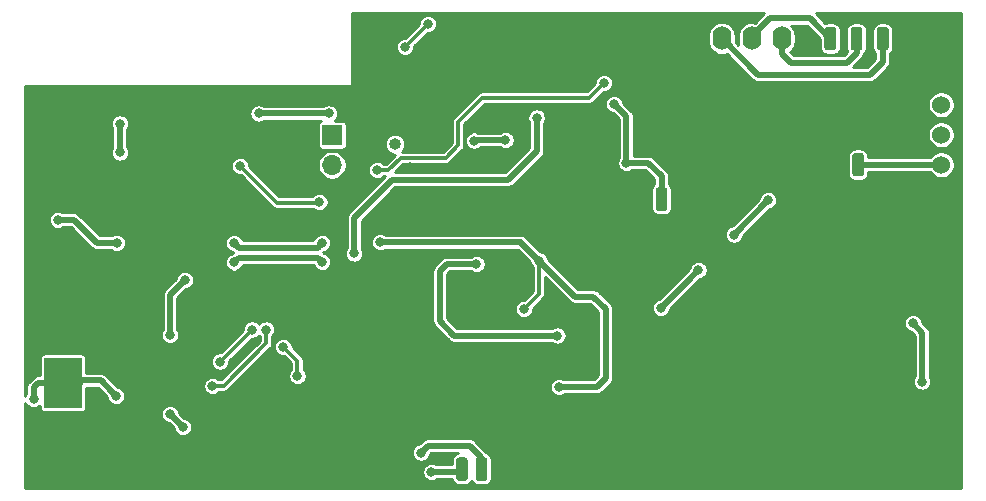
<source format=gbr>
%TF.GenerationSoftware,KiCad,Pcbnew,5.1.8-db9833491~87~ubuntu20.04.1*%
%TF.CreationDate,2020-12-02T18:26:53+05:30*%
%TF.ProjectId,open_authenticator,6f70656e-5f61-4757-9468-656e74696361,v01*%
%TF.SameCoordinates,Original*%
%TF.FileFunction,Copper,L2,Bot*%
%TF.FilePolarity,Positive*%
%FSLAX46Y46*%
G04 Gerber Fmt 4.6, Leading zero omitted, Abs format (unit mm)*
G04 Created by KiCad (PCBNEW 5.1.8-db9833491~87~ubuntu20.04.1) date 2020-12-02 18:26:53*
%MOMM*%
%LPD*%
G01*
G04 APERTURE LIST*
%TA.AperFunction,ComponentPad*%
%ADD10C,0.600000*%
%TD*%
%TA.AperFunction,ComponentPad*%
%ADD11O,1.600000X2.000000*%
%TD*%
%TA.AperFunction,ComponentPad*%
%ADD12O,1.000000X1.000000*%
%TD*%
%TA.AperFunction,ComponentPad*%
%ADD13R,1.000000X1.000000*%
%TD*%
%TA.AperFunction,SMDPad,CuDef*%
%ADD14R,3.200000X4.200000*%
%TD*%
%TA.AperFunction,ComponentPad*%
%ADD15C,2.000000*%
%TD*%
%TA.AperFunction,ComponentPad*%
%ADD16R,1.700000X1.700000*%
%TD*%
%TA.AperFunction,ComponentPad*%
%ADD17O,1.700000X1.700000*%
%TD*%
%TA.AperFunction,ComponentPad*%
%ADD18C,1.524000*%
%TD*%
%TA.AperFunction,ViaPad*%
%ADD19C,0.800000*%
%TD*%
%TA.AperFunction,Conductor*%
%ADD20C,0.300000*%
%TD*%
%TA.AperFunction,Conductor*%
%ADD21C,0.500000*%
%TD*%
%TA.AperFunction,Conductor*%
%ADD22C,0.254000*%
%TD*%
%TA.AperFunction,Conductor*%
%ADD23C,0.100000*%
%TD*%
G04 APERTURE END LIST*
D10*
%TO.P,U4,11*%
%TO.N,GND*%
X130550000Y-103500000D03*
X131500000Y-102925000D03*
X131500000Y-104075000D03*
X132450000Y-103500000D03*
%TD*%
D11*
%TO.P,Brd1,4*%
%TO.N,/IO21_SDA*%
X154700000Y-82850000D03*
%TO.P,Brd1,3*%
%TO.N,/IO22_SCL*%
X152160000Y-82850000D03*
%TO.P,Brd1,1*%
%TO.N,GND*%
X147080000Y-82850000D03*
%TO.P,Brd1,2*%
%TO.N,/LOAD_SWITCH_VCC*%
X149620000Y-82850000D03*
%TD*%
%TO.P,TP5,1*%
%TO.N,/V_INPUT*%
%TA.AperFunction,SMDPad,CuDef*%
G36*
G01*
X160663000Y-94285500D02*
X160663000Y-92785500D01*
G75*
G02*
X160913000Y-92535500I250000J0D01*
G01*
X161413000Y-92535500D01*
G75*
G02*
X161663000Y-92785500I0J-250000D01*
G01*
X161663000Y-94285500D01*
G75*
G02*
X161413000Y-94535500I-250000J0D01*
G01*
X160913000Y-94535500D01*
G75*
G02*
X160663000Y-94285500I0J250000D01*
G01*
G37*
%TD.AperFunction*%
%TD*%
D12*
%TO.P,J3,2*%
%TO.N,+BATT*%
X121950000Y-91800000D03*
D13*
%TO.P,J3,1*%
%TO.N,GND*%
X120680000Y-91800000D03*
%TD*%
%TO.P,TP8,1*%
%TO.N,GND*%
%TA.AperFunction,SMDPad,CuDef*%
G36*
G01*
X144026000Y-100318000D02*
X144026000Y-98818000D01*
G75*
G02*
X144276000Y-98568000I250000J0D01*
G01*
X144776000Y-98568000D01*
G75*
G02*
X145026000Y-98818000I0J-250000D01*
G01*
X145026000Y-100318000D01*
G75*
G02*
X144776000Y-100568000I-250000J0D01*
G01*
X144276000Y-100568000D01*
G75*
G02*
X144026000Y-100318000I0J250000D01*
G01*
G37*
%TD.AperFunction*%
%TD*%
%TO.P,TP7,1*%
%TO.N,/IO22_SCL*%
%TA.AperFunction,SMDPad,CuDef*%
G36*
G01*
X158313500Y-83617500D02*
X158313500Y-82117500D01*
G75*
G02*
X158563500Y-81867500I250000J0D01*
G01*
X159063500Y-81867500D01*
G75*
G02*
X159313500Y-82117500I0J-250000D01*
G01*
X159313500Y-83617500D01*
G75*
G02*
X159063500Y-83867500I-250000J0D01*
G01*
X158563500Y-83867500D01*
G75*
G02*
X158313500Y-83617500I0J250000D01*
G01*
G37*
%TD.AperFunction*%
%TD*%
%TO.P,TP6,1*%
%TO.N,/IO21_SDA*%
%TA.AperFunction,SMDPad,CuDef*%
G36*
G01*
X160536000Y-83617500D02*
X160536000Y-82117500D01*
G75*
G02*
X160786000Y-81867500I250000J0D01*
G01*
X161286000Y-81867500D01*
G75*
G02*
X161536000Y-82117500I0J-250000D01*
G01*
X161536000Y-83617500D01*
G75*
G02*
X161286000Y-83867500I-250000J0D01*
G01*
X160786000Y-83867500D01*
G75*
G02*
X160536000Y-83617500I0J250000D01*
G01*
G37*
%TD.AperFunction*%
%TD*%
%TO.P,TP3,1*%
%TO.N,/IO18_SCL*%
%TA.AperFunction,SMDPad,CuDef*%
G36*
G01*
X128773300Y-120066500D02*
X128773300Y-118566500D01*
G75*
G02*
X129023300Y-118316500I250000J0D01*
G01*
X129523300Y-118316500D01*
G75*
G02*
X129773300Y-118566500I0J-250000D01*
G01*
X129773300Y-120066500D01*
G75*
G02*
X129523300Y-120316500I-250000J0D01*
G01*
X129023300Y-120316500D01*
G75*
G02*
X128773300Y-120066500I0J250000D01*
G01*
G37*
%TD.AperFunction*%
%TD*%
%TO.P,TP2,1*%
%TO.N,/IO5_SDA*%
%TA.AperFunction,SMDPad,CuDef*%
G36*
G01*
X127122300Y-120066500D02*
X127122300Y-118566500D01*
G75*
G02*
X127372300Y-118316500I250000J0D01*
G01*
X127872300Y-118316500D01*
G75*
G02*
X128122300Y-118566500I0J-250000D01*
G01*
X128122300Y-120066500D01*
G75*
G02*
X127872300Y-120316500I-250000J0D01*
G01*
X127372300Y-120316500D01*
G75*
G02*
X127122300Y-120066500I0J250000D01*
G01*
G37*
%TD.AperFunction*%
%TD*%
%TO.P,TP4,1*%
%TO.N,/LOAD_SWITCH_VCC*%
%TA.AperFunction,SMDPad,CuDef*%
G36*
G01*
X162758500Y-83617500D02*
X162758500Y-82117500D01*
G75*
G02*
X163008500Y-81867500I250000J0D01*
G01*
X163508500Y-81867500D01*
G75*
G02*
X163758500Y-82117500I0J-250000D01*
G01*
X163758500Y-83617500D01*
G75*
G02*
X163508500Y-83867500I-250000J0D01*
G01*
X163008500Y-83867500D01*
G75*
G02*
X162758500Y-83617500I0J250000D01*
G01*
G37*
%TD.AperFunction*%
%TD*%
%TO.P,TP1,1*%
%TO.N,+3V3*%
%TA.AperFunction,SMDPad,CuDef*%
G36*
G01*
X144026000Y-97206500D02*
X144026000Y-95706500D01*
G75*
G02*
X144276000Y-95456500I250000J0D01*
G01*
X144776000Y-95456500D01*
G75*
G02*
X145026000Y-95706500I0J-250000D01*
G01*
X145026000Y-97206500D01*
G75*
G02*
X144776000Y-97456500I-250000J0D01*
G01*
X144276000Y-97456500D01*
G75*
G02*
X144026000Y-97206500I0J250000D01*
G01*
G37*
%TD.AperFunction*%
%TD*%
D14*
%TO.P,BT1,1*%
%TO.N,Net-(BT1-Pad1)*%
X93850000Y-112000000D03*
%TO.P,BT1,2*%
%TO.N,GND*%
X123150000Y-112000000D03*
%TD*%
D15*
%TO.P,J2,MH1*%
%TO.N,GND*%
X159660000Y-118200000D03*
%TO.P,J2,MH2*%
X168300000Y-118200000D03*
%TO.P,J2,MH3*%
X168300000Y-114400000D03*
%TO.P,J2,MH4*%
X159660000Y-114400000D03*
%TD*%
D16*
%TO.P,J1,1*%
%TO.N,/TX*%
X116636800Y-91033600D03*
D17*
%TO.P,J1,2*%
%TO.N,/RX*%
X116636800Y-93573600D03*
%TD*%
D18*
%TO.P,SW5,1*%
%TO.N,/V_INPUT*%
X168198800Y-93548200D03*
%TO.P,SW5,2*%
%TO.N,Net-(C11-Pad1)*%
X168198800Y-91008200D03*
%TO.P,SW5,3*%
%TO.N,N/C*%
X168198800Y-88468200D03*
%TD*%
D19*
%TO.N,/IO21_SDA*%
X120450000Y-94000000D03*
X139650000Y-86600000D03*
%TO.N,/IO22_SCL*%
X122800000Y-83550000D03*
X124750000Y-81600000D03*
%TO.N,GND*%
X106350000Y-95150000D03*
X94655000Y-115445000D03*
X117250000Y-116950000D03*
X102950000Y-98450000D03*
X96500000Y-113200000D03*
X146300000Y-106800000D03*
X93050000Y-92150000D03*
X94655000Y-117645000D03*
X95950000Y-117650000D03*
X97195000Y-117655000D03*
X98250000Y-103400000D03*
X115700000Y-115100000D03*
X93200000Y-114950000D03*
X98465000Y-111215000D03*
X93200000Y-109050000D03*
X94650000Y-107950000D03*
X114500000Y-97800000D03*
X114500000Y-95550000D03*
X123250000Y-93700000D03*
X123250000Y-96150000D03*
X111050000Y-110500000D03*
X165400000Y-108350000D03*
X167750000Y-108350000D03*
X165350000Y-109650000D03*
X169300000Y-109500000D03*
X139900000Y-90500000D03*
X143250000Y-90500000D03*
X131600000Y-89350000D03*
X127950000Y-92550000D03*
X124650000Y-91700000D03*
X123250000Y-91650000D03*
X131300000Y-86350000D03*
X147080000Y-82850000D03*
X99500000Y-96600000D03*
X101105000Y-87645000D03*
X104305000Y-87645000D03*
X107205000Y-87645000D03*
X109805000Y-87645000D03*
X110600000Y-93600000D03*
X109850000Y-97250000D03*
X119600000Y-99300000D03*
X120150000Y-98150000D03*
X117150000Y-98150000D03*
X117150000Y-99300000D03*
X111150000Y-115100000D03*
X113450000Y-115100000D03*
X127025000Y-110575000D03*
X129075000Y-110575000D03*
X138325000Y-115025000D03*
X142225000Y-115025000D03*
X150225000Y-114975000D03*
X154375000Y-114975000D03*
X107605331Y-107844669D03*
X141000000Y-109000000D03*
X138200000Y-109000000D03*
X138050000Y-103600000D03*
X128000000Y-106800000D03*
X127100000Y-104025000D03*
X124600000Y-106825000D03*
X124275000Y-103950000D03*
X122555000Y-98171000D03*
X122555000Y-101727000D03*
X121221500Y-96964500D03*
X122110500Y-96075500D03*
X119062500Y-94805500D03*
X115570000Y-108521500D03*
X142557500Y-94615000D03*
X145986500Y-94615000D03*
X163131500Y-92392500D03*
X163131500Y-94932500D03*
X159893000Y-87249000D03*
X162306000Y-87249000D03*
X152971500Y-87312500D03*
X109448600Y-99314000D03*
X109448600Y-102565200D03*
X114503200Y-99314000D03*
X114503200Y-102565200D03*
X138252200Y-86360000D03*
X141681200Y-87503000D03*
X146300000Y-106800000D03*
X161163000Y-91541600D03*
X161163000Y-95656400D03*
X156464000Y-83820000D03*
X138201400Y-113690400D03*
X140868400Y-112268000D03*
X142544800Y-96189800D03*
X145973800Y-96189800D03*
X133299200Y-82600800D03*
X135102600Y-83413600D03*
X121666000Y-108737400D03*
X168097200Y-102082600D03*
X145491200Y-102158800D03*
X148132800Y-103936800D03*
X114503200Y-92354400D03*
X118472001Y-92347999D03*
X162306000Y-81153000D03*
X159893000Y-81153000D03*
X161493200Y-84963000D03*
X160985200Y-87249000D03*
X95935800Y-107950000D03*
X128879600Y-86715600D03*
X123342400Y-87528400D03*
X123850400Y-84785200D03*
X122605800Y-84785200D03*
X121869200Y-87528400D03*
X119075200Y-95885000D03*
X142468600Y-103301800D03*
X137896600Y-105816400D03*
X141528800Y-105816400D03*
X143611600Y-104140000D03*
X142468600Y-105029000D03*
X138201400Y-111099600D03*
%TO.N,/LOAD_SWITCH_VCC*%
X102900000Y-114650000D03*
X103980331Y-115730331D03*
X102900000Y-107950010D03*
X115800000Y-101750000D03*
X118500000Y-101050000D03*
X104150000Y-103300000D03*
X133950000Y-89550000D03*
X108331000Y-101803200D03*
%TO.N,Net-(BT1-Pad1)*%
X91350000Y-113400000D03*
X98348800Y-113106200D03*
%TO.N,/EN*%
X115550000Y-96700000D03*
X108850000Y-93650000D03*
%TO.N,+BATT*%
X131301041Y-91448959D03*
X128650000Y-91500000D03*
%TO.N,+3V3*%
X93400000Y-98200000D03*
X134150000Y-101650000D03*
X135850000Y-112350000D03*
X141550000Y-93400010D03*
X140500000Y-88400000D03*
X115800000Y-100150000D03*
X120700000Y-100100000D03*
X98400000Y-100150000D03*
X132850000Y-105750000D03*
X108331000Y-100152200D03*
%TO.N,VBUS*%
X165800000Y-106950000D03*
X166600000Y-111900000D03*
%TO.N,/IO5_SDA*%
X111050000Y-107500000D03*
X106500000Y-112250000D03*
X125044200Y-119532400D03*
%TO.N,/IO18_SCL*%
X109850000Y-107500000D03*
X107150000Y-110200000D03*
X124155200Y-117906800D03*
%TO.N,/A1_7_BATT*%
X98650000Y-92500000D03*
X98650000Y-90050000D03*
X110400000Y-89200000D03*
X116350000Y-89200000D03*
%TO.N,/IO25*%
X112500000Y-108950000D03*
X113700000Y-111450000D03*
%TO.N,Net-(C11-Pad1)*%
X153550000Y-96550000D03*
X150650000Y-99450000D03*
X144450000Y-105650000D03*
X135700000Y-107999990D03*
X128850000Y-101950000D03*
X147650200Y-102449800D03*
%TD*%
D20*
%TO.N,/IO21_SDA*%
X126250001Y-92949999D02*
X122450001Y-92949999D01*
X127300000Y-91900000D02*
X126250001Y-92949999D01*
X127300000Y-89900000D02*
X127300000Y-91900000D01*
X129350000Y-87850000D02*
X127300000Y-89900000D01*
X121400000Y-94000000D02*
X122450001Y-92949999D01*
X120450000Y-94000000D02*
X121400000Y-94000000D01*
X137500000Y-87850000D02*
X129350000Y-87850000D01*
X138400000Y-87850000D02*
X139650000Y-86600000D01*
X137500000Y-87850000D02*
X138400000Y-87850000D01*
X154700000Y-82850000D02*
X154700000Y-83707000D01*
D21*
X154700000Y-82850000D02*
X154700000Y-84138800D01*
X154700000Y-84138800D02*
X155448000Y-84886800D01*
X155448000Y-84886800D02*
X160223200Y-84886800D01*
X161036000Y-84074000D02*
X161036000Y-82867500D01*
X160223200Y-84886800D02*
X161036000Y-84074000D01*
D20*
%TO.N,/IO22_SCL*%
X122800000Y-83550000D02*
X124750000Y-81600000D01*
X152160000Y-82850000D02*
X152160000Y-82282000D01*
D21*
X152160000Y-82850000D02*
X152160000Y-82663000D01*
X152160000Y-82663000D02*
X153670000Y-81153000D01*
X157099000Y-81153000D02*
X158813500Y-82867500D01*
X153670000Y-81153000D02*
X157099000Y-81153000D01*
%TO.N,/LOAD_SWITCH_VCC*%
X102900000Y-114650000D02*
X103980331Y-115730331D01*
X102900000Y-107950010D02*
X102900000Y-104800000D01*
X102900000Y-104550000D02*
X104150000Y-103300000D01*
X102900000Y-104800000D02*
X102900000Y-104550000D01*
X133950000Y-92400000D02*
X133950000Y-90250000D01*
X133950000Y-90250000D02*
X133950000Y-89550000D01*
X131550000Y-94800000D02*
X133950000Y-92400000D01*
X121735000Y-94800000D02*
X131550000Y-94800000D01*
X118500000Y-98035000D02*
X121735000Y-94800000D01*
X118500000Y-101050000D02*
X118500000Y-98035000D01*
X162179000Y-85915500D02*
X163258500Y-84836000D01*
X163258500Y-84836000D02*
X163258500Y-82867500D01*
X152685500Y-85915500D02*
X162179000Y-85915500D01*
X149620000Y-82850000D02*
X152685500Y-85915500D01*
X115453201Y-101403201D02*
X115800000Y-101750000D01*
X108730999Y-101403201D02*
X115453201Y-101403201D01*
X108331000Y-101803200D02*
X108730999Y-101403201D01*
%TO.N,Net-(BT1-Pad1)*%
X98000000Y-112750000D02*
X97050000Y-111800000D01*
X95450000Y-111800000D02*
X95250000Y-112000000D01*
X97050000Y-111800000D02*
X95450000Y-111800000D01*
X91350000Y-113400000D02*
X91350000Y-112400000D01*
X91750000Y-112000000D02*
X93850000Y-112000000D01*
X91350000Y-112400000D02*
X91750000Y-112000000D01*
X98000000Y-112757400D02*
X98348800Y-113106200D01*
X98000000Y-112750000D02*
X98000000Y-112757400D01*
D20*
%TO.N,/EN*%
X115500000Y-96750000D02*
X115550000Y-96700000D01*
X111950000Y-96750000D02*
X115500000Y-96750000D01*
X108850000Y-93650000D02*
X111950000Y-96750000D01*
D21*
%TO.N,+BATT*%
X128701041Y-91448959D02*
X128650000Y-91500000D01*
X131301041Y-91448959D02*
X128701041Y-91448959D01*
%TO.N,+3V3*%
X94758002Y-98200000D02*
X96708002Y-100150000D01*
X93400000Y-98200000D02*
X94758002Y-98200000D01*
X132650000Y-100150000D02*
X134150000Y-101650000D01*
X141550000Y-89450000D02*
X141250000Y-89150000D01*
X141550000Y-93400010D02*
X141550000Y-89450000D01*
X141250000Y-89150000D02*
X140500000Y-88400000D01*
X132600000Y-100100000D02*
X132650000Y-100150000D01*
X120700000Y-100100000D02*
X132600000Y-100100000D01*
X115800000Y-100150000D02*
X115800000Y-100150000D01*
X96708002Y-100150000D02*
X98400000Y-100150000D01*
D20*
X134150000Y-104450000D02*
X134150000Y-101650000D01*
X132850000Y-105750000D02*
X134150000Y-104450000D01*
D21*
X115789500Y-100139500D02*
X115800000Y-100150000D01*
X115397801Y-100552199D02*
X115800000Y-100150000D01*
X108730999Y-100552199D02*
X115397801Y-100552199D01*
X108331000Y-100152200D02*
X108730999Y-100552199D01*
X139059200Y-112350000D02*
X135850000Y-112350000D01*
X139800000Y-111609200D02*
X139059200Y-112350000D01*
X139800000Y-105750000D02*
X139800000Y-111609200D01*
X138750000Y-104700000D02*
X139800000Y-105750000D01*
X137200000Y-104700000D02*
X138750000Y-104700000D01*
X134150000Y-101650000D02*
X137200000Y-104700000D01*
X141550000Y-93400010D02*
X143412610Y-93400010D01*
X144526000Y-94513400D02*
X144526000Y-96456500D01*
X143412610Y-93400010D02*
X144526000Y-94513400D01*
%TO.N,/V_INPUT*%
X161177500Y-93550000D02*
X161163000Y-93535500D01*
X161175700Y-93548200D02*
X161163000Y-93535500D01*
X168198800Y-93548200D02*
X161175700Y-93548200D01*
%TO.N,VBUS*%
X166600000Y-111900000D02*
X166600000Y-107750000D01*
X166600000Y-107750000D02*
X165800000Y-106950000D01*
D20*
%TO.N,/IO5_SDA*%
X111050000Y-108650000D02*
X111050000Y-107500000D01*
X107450000Y-112250000D02*
X111050000Y-108650000D01*
X106500000Y-112250000D02*
X107450000Y-112250000D01*
D21*
X127406400Y-119532400D02*
X127622300Y-119316500D01*
X125044200Y-119532400D02*
X127406400Y-119532400D01*
D20*
%TO.N,/IO18_SCL*%
X107700000Y-109650000D02*
X109850000Y-107500000D01*
X107700000Y-109650000D02*
X107150000Y-110200000D01*
D21*
X124155200Y-117906800D02*
X124739400Y-117322600D01*
X129273300Y-118316500D02*
X129273300Y-119316500D01*
X128279400Y-117322600D02*
X129273300Y-118316500D01*
X124739400Y-117322600D02*
X128279400Y-117322600D01*
%TO.N,/A1_7_BATT*%
X98650000Y-92500000D02*
X98650000Y-90050000D01*
X110400000Y-89200000D02*
X116350000Y-89200000D01*
D20*
%TO.N,/IO25*%
X112500000Y-108950000D02*
X113700000Y-110150000D01*
X113700000Y-110150000D02*
X113700000Y-111450000D01*
D21*
%TO.N,Net-(C11-Pad1)*%
X153550000Y-96550000D02*
X150650000Y-99450000D01*
X146750000Y-103350000D02*
X144450000Y-105650000D01*
X126325000Y-101950000D02*
X128850000Y-101950000D01*
X125750000Y-102525000D02*
X126325000Y-101950000D01*
X125750000Y-106775000D02*
X125750000Y-102525000D01*
X126974990Y-107999990D02*
X125750000Y-106775000D01*
X135700000Y-107999990D02*
X126974990Y-107999990D01*
X146750000Y-103350000D02*
X147650200Y-102449800D01*
%TD*%
D22*
%TO.N,GND*%
X153204866Y-80731422D02*
X152433334Y-81502954D01*
X152390731Y-81490031D01*
X152160000Y-81467306D01*
X151929268Y-81490031D01*
X151707403Y-81557333D01*
X151502930Y-81666626D01*
X151323709Y-81813709D01*
X151176626Y-81992931D01*
X151067333Y-82197404D01*
X151000031Y-82419269D01*
X150983000Y-82592189D01*
X150983000Y-83107812D01*
X151000031Y-83280732D01*
X151027284Y-83370572D01*
X150794088Y-83137377D01*
X150797000Y-83107811D01*
X150797000Y-82592188D01*
X150779969Y-82419268D01*
X150712667Y-82197403D01*
X150603374Y-81992930D01*
X150456291Y-81813709D01*
X150277069Y-81666626D01*
X150072596Y-81557333D01*
X149850731Y-81490031D01*
X149620000Y-81467306D01*
X149389268Y-81490031D01*
X149167403Y-81557333D01*
X148962930Y-81666626D01*
X148783709Y-81813709D01*
X148636626Y-81992931D01*
X148527333Y-82197404D01*
X148460031Y-82419269D01*
X148443000Y-82592189D01*
X148443000Y-83107812D01*
X148460031Y-83280732D01*
X148527333Y-83502597D01*
X148636627Y-83707070D01*
X148783710Y-83886291D01*
X148962931Y-84033374D01*
X149167404Y-84142667D01*
X149389269Y-84209969D01*
X149620000Y-84232694D01*
X149850732Y-84209969D01*
X150036811Y-84153522D01*
X152220366Y-86337078D01*
X152239999Y-86361001D01*
X152335472Y-86439353D01*
X152444397Y-86497575D01*
X152562587Y-86533427D01*
X152685500Y-86545533D01*
X152716294Y-86542500D01*
X162148206Y-86542500D01*
X162179000Y-86545533D01*
X162209794Y-86542500D01*
X162301913Y-86533427D01*
X162420103Y-86497575D01*
X162529028Y-86439353D01*
X162624501Y-86361001D01*
X162644138Y-86337073D01*
X163680074Y-85301137D01*
X163704001Y-85281501D01*
X163782353Y-85186028D01*
X163813422Y-85127903D01*
X163840575Y-85077104D01*
X163876427Y-84958913D01*
X163888533Y-84836000D01*
X163885500Y-84805206D01*
X163885500Y-84117661D01*
X163953146Y-84062146D01*
X164031348Y-83966856D01*
X164089458Y-83858141D01*
X164125241Y-83740177D01*
X164137324Y-83617500D01*
X164137324Y-82117500D01*
X164125241Y-81994823D01*
X164089458Y-81876859D01*
X164031348Y-81768144D01*
X163953146Y-81672854D01*
X163857856Y-81594652D01*
X163749141Y-81536542D01*
X163631177Y-81500759D01*
X163508500Y-81488676D01*
X163008500Y-81488676D01*
X162885823Y-81500759D01*
X162767859Y-81536542D01*
X162659144Y-81594652D01*
X162563854Y-81672854D01*
X162485652Y-81768144D01*
X162427542Y-81876859D01*
X162391759Y-81994823D01*
X162379676Y-82117500D01*
X162379676Y-83617500D01*
X162391759Y-83740177D01*
X162427542Y-83858141D01*
X162485652Y-83966856D01*
X162563854Y-84062146D01*
X162631500Y-84117662D01*
X162631500Y-84576289D01*
X161919289Y-85288500D01*
X160708211Y-85288500D01*
X161457579Y-84539133D01*
X161481501Y-84519501D01*
X161559853Y-84424028D01*
X161618075Y-84315103D01*
X161653927Y-84196913D01*
X161661621Y-84118793D01*
X161730646Y-84062146D01*
X161808848Y-83966856D01*
X161866958Y-83858141D01*
X161902741Y-83740177D01*
X161914824Y-83617500D01*
X161914824Y-82117500D01*
X161902741Y-81994823D01*
X161866958Y-81876859D01*
X161808848Y-81768144D01*
X161730646Y-81672854D01*
X161635356Y-81594652D01*
X161526641Y-81536542D01*
X161408677Y-81500759D01*
X161286000Y-81488676D01*
X160786000Y-81488676D01*
X160663323Y-81500759D01*
X160545359Y-81536542D01*
X160436644Y-81594652D01*
X160341354Y-81672854D01*
X160263152Y-81768144D01*
X160205042Y-81876859D01*
X160169259Y-81994823D01*
X160157176Y-82117500D01*
X160157176Y-83617500D01*
X160169259Y-83740177D01*
X160205042Y-83858141D01*
X160260811Y-83962477D01*
X159963489Y-84259800D01*
X155707712Y-84259800D01*
X155425295Y-83977383D01*
X155536291Y-83886291D01*
X155683374Y-83707070D01*
X155792667Y-83502596D01*
X155859969Y-83280731D01*
X155877000Y-83107811D01*
X155877000Y-82592188D01*
X155859969Y-82419268D01*
X155792667Y-82197403D01*
X155683374Y-81992930D01*
X155536291Y-81813709D01*
X155495216Y-81780000D01*
X156839289Y-81780000D01*
X157934676Y-82875388D01*
X157934676Y-83617500D01*
X157946759Y-83740177D01*
X157982542Y-83858141D01*
X158040652Y-83966856D01*
X158118854Y-84062146D01*
X158214144Y-84140348D01*
X158322859Y-84198458D01*
X158440823Y-84234241D01*
X158563500Y-84246324D01*
X159063500Y-84246324D01*
X159186177Y-84234241D01*
X159304141Y-84198458D01*
X159412856Y-84140348D01*
X159508146Y-84062146D01*
X159586348Y-83966856D01*
X159644458Y-83858141D01*
X159680241Y-83740177D01*
X159692324Y-83617500D01*
X159692324Y-82117500D01*
X159680241Y-81994823D01*
X159644458Y-81876859D01*
X159586348Y-81768144D01*
X159508146Y-81672854D01*
X159412856Y-81594652D01*
X159304141Y-81536542D01*
X159186177Y-81500759D01*
X159063500Y-81488676D01*
X158563500Y-81488676D01*
X158440823Y-81500759D01*
X158358456Y-81525744D01*
X157564138Y-80731427D01*
X157560505Y-80727000D01*
X169873000Y-80727000D01*
X169873000Y-120873000D01*
X90627000Y-120873000D01*
X90627000Y-117830272D01*
X123378200Y-117830272D01*
X123378200Y-117983328D01*
X123408059Y-118133443D01*
X123466631Y-118274848D01*
X123551664Y-118402109D01*
X123659891Y-118510336D01*
X123787152Y-118595369D01*
X123928557Y-118653941D01*
X124078672Y-118683800D01*
X124231728Y-118683800D01*
X124381843Y-118653941D01*
X124523248Y-118595369D01*
X124650509Y-118510336D01*
X124758736Y-118402109D01*
X124843769Y-118274848D01*
X124902341Y-118133443D01*
X124923961Y-118024750D01*
X124999111Y-117949600D01*
X127251237Y-117949600D01*
X127249623Y-117949759D01*
X127131659Y-117985542D01*
X127022944Y-118043652D01*
X126927654Y-118121854D01*
X126849452Y-118217144D01*
X126791342Y-118325859D01*
X126755559Y-118443823D01*
X126743476Y-118566500D01*
X126743476Y-118905400D01*
X125504393Y-118905400D01*
X125412248Y-118843831D01*
X125270843Y-118785259D01*
X125120728Y-118755400D01*
X124967672Y-118755400D01*
X124817557Y-118785259D01*
X124676152Y-118843831D01*
X124548891Y-118928864D01*
X124440664Y-119037091D01*
X124355631Y-119164352D01*
X124297059Y-119305757D01*
X124267200Y-119455872D01*
X124267200Y-119608928D01*
X124297059Y-119759043D01*
X124355631Y-119900448D01*
X124440664Y-120027709D01*
X124548891Y-120135936D01*
X124676152Y-120220969D01*
X124817557Y-120279541D01*
X124967672Y-120309400D01*
X125120728Y-120309400D01*
X125270843Y-120279541D01*
X125412248Y-120220969D01*
X125504393Y-120159400D01*
X126752626Y-120159400D01*
X126755559Y-120189177D01*
X126791342Y-120307141D01*
X126849452Y-120415856D01*
X126927654Y-120511146D01*
X127022944Y-120589348D01*
X127131659Y-120647458D01*
X127249623Y-120683241D01*
X127372300Y-120695324D01*
X127872300Y-120695324D01*
X127994977Y-120683241D01*
X128112941Y-120647458D01*
X128221656Y-120589348D01*
X128316946Y-120511146D01*
X128395148Y-120415856D01*
X128447800Y-120317352D01*
X128500452Y-120415856D01*
X128578654Y-120511146D01*
X128673944Y-120589348D01*
X128782659Y-120647458D01*
X128900623Y-120683241D01*
X129023300Y-120695324D01*
X129523300Y-120695324D01*
X129645977Y-120683241D01*
X129763941Y-120647458D01*
X129872656Y-120589348D01*
X129967946Y-120511146D01*
X130046148Y-120415856D01*
X130104258Y-120307141D01*
X130140041Y-120189177D01*
X130152124Y-120066500D01*
X130152124Y-118566500D01*
X130140041Y-118443823D01*
X130104258Y-118325859D01*
X130046148Y-118217144D01*
X129967946Y-118121854D01*
X129872656Y-118043652D01*
X129824708Y-118018023D01*
X129797153Y-117966472D01*
X129718801Y-117870999D01*
X129694879Y-117851367D01*
X128744538Y-116901027D01*
X128724901Y-116877099D01*
X128629428Y-116798747D01*
X128520503Y-116740525D01*
X128402313Y-116704673D01*
X128310194Y-116695600D01*
X128279400Y-116692567D01*
X128248606Y-116695600D01*
X124770194Y-116695600D01*
X124739400Y-116692567D01*
X124616487Y-116704673D01*
X124498296Y-116740525D01*
X124389372Y-116798747D01*
X124293899Y-116877099D01*
X124274262Y-116901027D01*
X124037250Y-117138039D01*
X123928557Y-117159659D01*
X123787152Y-117218231D01*
X123659891Y-117303264D01*
X123551664Y-117411491D01*
X123466631Y-117538752D01*
X123408059Y-117680157D01*
X123378200Y-117830272D01*
X90627000Y-117830272D01*
X90627000Y-114573472D01*
X102123000Y-114573472D01*
X102123000Y-114726528D01*
X102152859Y-114876643D01*
X102211431Y-115018048D01*
X102296464Y-115145309D01*
X102404691Y-115253536D01*
X102531952Y-115338569D01*
X102673357Y-115397141D01*
X102782049Y-115418761D01*
X103211570Y-115848282D01*
X103233190Y-115956974D01*
X103291762Y-116098379D01*
X103376795Y-116225640D01*
X103485022Y-116333867D01*
X103612283Y-116418900D01*
X103753688Y-116477472D01*
X103903803Y-116507331D01*
X104056859Y-116507331D01*
X104206974Y-116477472D01*
X104348379Y-116418900D01*
X104475640Y-116333867D01*
X104583867Y-116225640D01*
X104668900Y-116098379D01*
X104727472Y-115956974D01*
X104757331Y-115806859D01*
X104757331Y-115653803D01*
X104727472Y-115503688D01*
X104668900Y-115362283D01*
X104583867Y-115235022D01*
X104475640Y-115126795D01*
X104348379Y-115041762D01*
X104206974Y-114983190D01*
X104098282Y-114961570D01*
X103668761Y-114532049D01*
X103647141Y-114423357D01*
X103588569Y-114281952D01*
X103503536Y-114154691D01*
X103395309Y-114046464D01*
X103268048Y-113961431D01*
X103126643Y-113902859D01*
X102976528Y-113873000D01*
X102823472Y-113873000D01*
X102673357Y-113902859D01*
X102531952Y-113961431D01*
X102404691Y-114046464D01*
X102296464Y-114154691D01*
X102211431Y-114281952D01*
X102152859Y-114423357D01*
X102123000Y-114573472D01*
X90627000Y-114573472D01*
X90627000Y-113684924D01*
X90661431Y-113768048D01*
X90746464Y-113895309D01*
X90854691Y-114003536D01*
X90981952Y-114088569D01*
X91123357Y-114147141D01*
X91273472Y-114177000D01*
X91426528Y-114177000D01*
X91576643Y-114147141D01*
X91718048Y-114088569D01*
X91845309Y-114003536D01*
X91871176Y-113977669D01*
X91871176Y-114100000D01*
X91878455Y-114173905D01*
X91900012Y-114244970D01*
X91935019Y-114310463D01*
X91982131Y-114367869D01*
X92039537Y-114414981D01*
X92105030Y-114449988D01*
X92176095Y-114471545D01*
X92250000Y-114478824D01*
X95450000Y-114478824D01*
X95523905Y-114471545D01*
X95594970Y-114449988D01*
X95660463Y-114414981D01*
X95717869Y-114367869D01*
X95764981Y-114310463D01*
X95799988Y-114244970D01*
X95821545Y-114173905D01*
X95828824Y-114100000D01*
X95828824Y-112427000D01*
X96790289Y-112427000D01*
X97501001Y-113137713D01*
X97554499Y-113202901D01*
X97578426Y-113222537D01*
X97580039Y-113224150D01*
X97601659Y-113332843D01*
X97660231Y-113474248D01*
X97745264Y-113601509D01*
X97853491Y-113709736D01*
X97980752Y-113794769D01*
X98122157Y-113853341D01*
X98272272Y-113883200D01*
X98425328Y-113883200D01*
X98575443Y-113853341D01*
X98716848Y-113794769D01*
X98844109Y-113709736D01*
X98952336Y-113601509D01*
X99037369Y-113474248D01*
X99095941Y-113332843D01*
X99125800Y-113182728D01*
X99125800Y-113029672D01*
X99095941Y-112879557D01*
X99037369Y-112738152D01*
X98952336Y-112610891D01*
X98844109Y-112502664D01*
X98716848Y-112417631D01*
X98575443Y-112359059D01*
X98473662Y-112338814D01*
X98445501Y-112304499D01*
X98421579Y-112284867D01*
X98310184Y-112173472D01*
X105723000Y-112173472D01*
X105723000Y-112326528D01*
X105752859Y-112476643D01*
X105811431Y-112618048D01*
X105896464Y-112745309D01*
X106004691Y-112853536D01*
X106131952Y-112938569D01*
X106273357Y-112997141D01*
X106423472Y-113027000D01*
X106576528Y-113027000D01*
X106726643Y-112997141D01*
X106868048Y-112938569D01*
X106995309Y-112853536D01*
X107071845Y-112777000D01*
X107424119Y-112777000D01*
X107450000Y-112779549D01*
X107475881Y-112777000D01*
X107553310Y-112769374D01*
X107652650Y-112739239D01*
X107744202Y-112690304D01*
X107824448Y-112624448D01*
X107840955Y-112604334D01*
X111404345Y-109040946D01*
X111424448Y-109024448D01*
X111490304Y-108944202D01*
X111528109Y-108873472D01*
X111723000Y-108873472D01*
X111723000Y-109026528D01*
X111752859Y-109176643D01*
X111811431Y-109318048D01*
X111896464Y-109445309D01*
X112004691Y-109553536D01*
X112131952Y-109638569D01*
X112273357Y-109697141D01*
X112423472Y-109727000D01*
X112531711Y-109727000D01*
X113173000Y-110368290D01*
X113173001Y-110878154D01*
X113096464Y-110954691D01*
X113011431Y-111081952D01*
X112952859Y-111223357D01*
X112923000Y-111373472D01*
X112923000Y-111526528D01*
X112952859Y-111676643D01*
X113011431Y-111818048D01*
X113096464Y-111945309D01*
X113204691Y-112053536D01*
X113331952Y-112138569D01*
X113473357Y-112197141D01*
X113623472Y-112227000D01*
X113776528Y-112227000D01*
X113926643Y-112197141D01*
X114068048Y-112138569D01*
X114195309Y-112053536D01*
X114303536Y-111945309D01*
X114388569Y-111818048D01*
X114447141Y-111676643D01*
X114477000Y-111526528D01*
X114477000Y-111373472D01*
X114447141Y-111223357D01*
X114388569Y-111081952D01*
X114303536Y-110954691D01*
X114227000Y-110878155D01*
X114227000Y-110175877D01*
X114229549Y-110149999D01*
X114226936Y-110123472D01*
X114219374Y-110046690D01*
X114189239Y-109947350D01*
X114140304Y-109855798D01*
X114074448Y-109775552D01*
X114054339Y-109759049D01*
X113277000Y-108981711D01*
X113277000Y-108873472D01*
X113247141Y-108723357D01*
X113188569Y-108581952D01*
X113103536Y-108454691D01*
X112995309Y-108346464D01*
X112868048Y-108261431D01*
X112726643Y-108202859D01*
X112576528Y-108173000D01*
X112423472Y-108173000D01*
X112273357Y-108202859D01*
X112131952Y-108261431D01*
X112004691Y-108346464D01*
X111896464Y-108454691D01*
X111811431Y-108581952D01*
X111752859Y-108723357D01*
X111723000Y-108873472D01*
X111528109Y-108873472D01*
X111539239Y-108852650D01*
X111569374Y-108753310D01*
X111577000Y-108675881D01*
X111577000Y-108675880D01*
X111579549Y-108650000D01*
X111577000Y-108624119D01*
X111577000Y-108071845D01*
X111653536Y-107995309D01*
X111738569Y-107868048D01*
X111797141Y-107726643D01*
X111827000Y-107576528D01*
X111827000Y-107423472D01*
X111797141Y-107273357D01*
X111738569Y-107131952D01*
X111653536Y-107004691D01*
X111545309Y-106896464D01*
X111418048Y-106811431D01*
X111276643Y-106752859D01*
X111126528Y-106723000D01*
X110973472Y-106723000D01*
X110823357Y-106752859D01*
X110681952Y-106811431D01*
X110554691Y-106896464D01*
X110450000Y-107001155D01*
X110345309Y-106896464D01*
X110218048Y-106811431D01*
X110076643Y-106752859D01*
X109926528Y-106723000D01*
X109773472Y-106723000D01*
X109623357Y-106752859D01*
X109481952Y-106811431D01*
X109354691Y-106896464D01*
X109246464Y-107004691D01*
X109161431Y-107131952D01*
X109102859Y-107273357D01*
X109073000Y-107423472D01*
X109073000Y-107531710D01*
X107181710Y-109423000D01*
X107073472Y-109423000D01*
X106923357Y-109452859D01*
X106781952Y-109511431D01*
X106654691Y-109596464D01*
X106546464Y-109704691D01*
X106461431Y-109831952D01*
X106402859Y-109973357D01*
X106373000Y-110123472D01*
X106373000Y-110276528D01*
X106402859Y-110426643D01*
X106461431Y-110568048D01*
X106546464Y-110695309D01*
X106654691Y-110803536D01*
X106781952Y-110888569D01*
X106923357Y-110947141D01*
X107073472Y-110977000D01*
X107226528Y-110977000D01*
X107376643Y-110947141D01*
X107518048Y-110888569D01*
X107645309Y-110803536D01*
X107753536Y-110695309D01*
X107838569Y-110568048D01*
X107897141Y-110426643D01*
X107927000Y-110276528D01*
X107927000Y-110168290D01*
X109818290Y-108277000D01*
X109926528Y-108277000D01*
X110076643Y-108247141D01*
X110218048Y-108188569D01*
X110345309Y-108103536D01*
X110450000Y-107998845D01*
X110523001Y-108071846D01*
X110523000Y-108431709D01*
X107231711Y-111723000D01*
X107071845Y-111723000D01*
X106995309Y-111646464D01*
X106868048Y-111561431D01*
X106726643Y-111502859D01*
X106576528Y-111473000D01*
X106423472Y-111473000D01*
X106273357Y-111502859D01*
X106131952Y-111561431D01*
X106004691Y-111646464D01*
X105896464Y-111754691D01*
X105811431Y-111881952D01*
X105752859Y-112023357D01*
X105723000Y-112173472D01*
X98310184Y-112173472D01*
X97515138Y-111378427D01*
X97495501Y-111354499D01*
X97400028Y-111276147D01*
X97291103Y-111217925D01*
X97172913Y-111182073D01*
X97080794Y-111173000D01*
X97050000Y-111169967D01*
X97019206Y-111173000D01*
X95828824Y-111173000D01*
X95828824Y-109900000D01*
X95821545Y-109826095D01*
X95799988Y-109755030D01*
X95764981Y-109689537D01*
X95717869Y-109632131D01*
X95660463Y-109585019D01*
X95594970Y-109550012D01*
X95523905Y-109528455D01*
X95450000Y-109521176D01*
X92250000Y-109521176D01*
X92176095Y-109528455D01*
X92105030Y-109550012D01*
X92039537Y-109585019D01*
X91982131Y-109632131D01*
X91935019Y-109689537D01*
X91900012Y-109755030D01*
X91878455Y-109826095D01*
X91871176Y-109900000D01*
X91871176Y-111373000D01*
X91780791Y-111373000D01*
X91749999Y-111369967D01*
X91719207Y-111373000D01*
X91719206Y-111373000D01*
X91627087Y-111382073D01*
X91508897Y-111417925D01*
X91399972Y-111476147D01*
X91304499Y-111554499D01*
X91284862Y-111578427D01*
X90928423Y-111934866D01*
X90904500Y-111954499D01*
X90826148Y-112049972D01*
X90777438Y-112141102D01*
X90767926Y-112158897D01*
X90732073Y-112277088D01*
X90719967Y-112400000D01*
X90723001Y-112430804D01*
X90723000Y-112939807D01*
X90661431Y-113031952D01*
X90627000Y-113115076D01*
X90627000Y-107873482D01*
X102123000Y-107873482D01*
X102123000Y-108026538D01*
X102152859Y-108176653D01*
X102211431Y-108318058D01*
X102296464Y-108445319D01*
X102404691Y-108553546D01*
X102531952Y-108638579D01*
X102673357Y-108697151D01*
X102823472Y-108727010D01*
X102976528Y-108727010D01*
X103126643Y-108697151D01*
X103268048Y-108638579D01*
X103395309Y-108553546D01*
X103503536Y-108445319D01*
X103588569Y-108318058D01*
X103647141Y-108176653D01*
X103677000Y-108026538D01*
X103677000Y-107873482D01*
X103647141Y-107723367D01*
X103588569Y-107581962D01*
X103527000Y-107489817D01*
X103527000Y-104809711D01*
X104267951Y-104068761D01*
X104376643Y-104047141D01*
X104518048Y-103988569D01*
X104645309Y-103903536D01*
X104753536Y-103795309D01*
X104838569Y-103668048D01*
X104897141Y-103526643D01*
X104927000Y-103376528D01*
X104927000Y-103223472D01*
X104897141Y-103073357D01*
X104838569Y-102931952D01*
X104753536Y-102804691D01*
X104645309Y-102696464D01*
X104518048Y-102611431D01*
X104376643Y-102552859D01*
X104226528Y-102523000D01*
X104073472Y-102523000D01*
X103923357Y-102552859D01*
X103781952Y-102611431D01*
X103654691Y-102696464D01*
X103546464Y-102804691D01*
X103461431Y-102931952D01*
X103402859Y-103073357D01*
X103381239Y-103182049D01*
X102478422Y-104084867D01*
X102454500Y-104104499D01*
X102376148Y-104199972D01*
X102317925Y-104308897D01*
X102282073Y-104427087D01*
X102282073Y-104427088D01*
X102269967Y-104550000D01*
X102273000Y-104580794D01*
X102273000Y-104830793D01*
X102273001Y-104830803D01*
X102273000Y-107489817D01*
X102211431Y-107581962D01*
X102152859Y-107723367D01*
X102123000Y-107873482D01*
X90627000Y-107873482D01*
X90627000Y-98123472D01*
X92623000Y-98123472D01*
X92623000Y-98276528D01*
X92652859Y-98426643D01*
X92711431Y-98568048D01*
X92796464Y-98695309D01*
X92904691Y-98803536D01*
X93031952Y-98888569D01*
X93173357Y-98947141D01*
X93323472Y-98977000D01*
X93476528Y-98977000D01*
X93626643Y-98947141D01*
X93768048Y-98888569D01*
X93860193Y-98827000D01*
X94498291Y-98827000D01*
X96242868Y-100571578D01*
X96262501Y-100595501D01*
X96357974Y-100673853D01*
X96466899Y-100732075D01*
X96585089Y-100767927D01*
X96677208Y-100777000D01*
X96677209Y-100777000D01*
X96708001Y-100780033D01*
X96738793Y-100777000D01*
X97939807Y-100777000D01*
X98031952Y-100838569D01*
X98173357Y-100897141D01*
X98323472Y-100927000D01*
X98476528Y-100927000D01*
X98626643Y-100897141D01*
X98768048Y-100838569D01*
X98895309Y-100753536D01*
X99003536Y-100645309D01*
X99088569Y-100518048D01*
X99147141Y-100376643D01*
X99177000Y-100226528D01*
X99177000Y-100075672D01*
X107554000Y-100075672D01*
X107554000Y-100228728D01*
X107583859Y-100378843D01*
X107642431Y-100520248D01*
X107727464Y-100647509D01*
X107835691Y-100755736D01*
X107962952Y-100840769D01*
X108104357Y-100899341D01*
X108213050Y-100920961D01*
X108265861Y-100973772D01*
X108269085Y-100977700D01*
X108265861Y-100981628D01*
X108213050Y-101034439D01*
X108104357Y-101056059D01*
X107962952Y-101114631D01*
X107835691Y-101199664D01*
X107727464Y-101307891D01*
X107642431Y-101435152D01*
X107583859Y-101576557D01*
X107554000Y-101726672D01*
X107554000Y-101879728D01*
X107583859Y-102029843D01*
X107642431Y-102171248D01*
X107727464Y-102298509D01*
X107835691Y-102406736D01*
X107962952Y-102491769D01*
X108104357Y-102550341D01*
X108254472Y-102580200D01*
X108407528Y-102580200D01*
X108557643Y-102550341D01*
X108699048Y-102491769D01*
X108826309Y-102406736D01*
X108934536Y-102298509D01*
X109019569Y-102171248D01*
X109077993Y-102030201D01*
X115075043Y-102030201D01*
X115111431Y-102118048D01*
X115196464Y-102245309D01*
X115304691Y-102353536D01*
X115431952Y-102438569D01*
X115573357Y-102497141D01*
X115723472Y-102527000D01*
X115876528Y-102527000D01*
X115886582Y-102525000D01*
X125119967Y-102525000D01*
X125123001Y-102555804D01*
X125123000Y-106744206D01*
X125119967Y-106775000D01*
X125123000Y-106805793D01*
X125132073Y-106897912D01*
X125167925Y-107016102D01*
X125226147Y-107125027D01*
X125304499Y-107220501D01*
X125328427Y-107240138D01*
X126509856Y-108421568D01*
X126529489Y-108445491D01*
X126624962Y-108523843D01*
X126733887Y-108582065D01*
X126852077Y-108617917D01*
X126944196Y-108626990D01*
X126944197Y-108626990D01*
X126974989Y-108630023D01*
X127005781Y-108626990D01*
X135239807Y-108626990D01*
X135331952Y-108688559D01*
X135473357Y-108747131D01*
X135623472Y-108776990D01*
X135776528Y-108776990D01*
X135926643Y-108747131D01*
X136068048Y-108688559D01*
X136195309Y-108603526D01*
X136303536Y-108495299D01*
X136388569Y-108368038D01*
X136447141Y-108226633D01*
X136477000Y-108076518D01*
X136477000Y-107923462D01*
X136447141Y-107773347D01*
X136388569Y-107631942D01*
X136303536Y-107504681D01*
X136195309Y-107396454D01*
X136068048Y-107311421D01*
X135926643Y-107252849D01*
X135776528Y-107222990D01*
X135623472Y-107222990D01*
X135473357Y-107252849D01*
X135331952Y-107311421D01*
X135239807Y-107372990D01*
X127234702Y-107372990D01*
X126377000Y-106515289D01*
X126377000Y-102784711D01*
X126584712Y-102577000D01*
X128389807Y-102577000D01*
X128481952Y-102638569D01*
X128623357Y-102697141D01*
X128773472Y-102727000D01*
X128926528Y-102727000D01*
X129076643Y-102697141D01*
X129218048Y-102638569D01*
X129345309Y-102553536D01*
X129453536Y-102445309D01*
X129538569Y-102318048D01*
X129597141Y-102176643D01*
X129627000Y-102026528D01*
X129627000Y-101873472D01*
X129597141Y-101723357D01*
X129538569Y-101581952D01*
X129453536Y-101454691D01*
X129345309Y-101346464D01*
X129218048Y-101261431D01*
X129076643Y-101202859D01*
X128926528Y-101173000D01*
X128773472Y-101173000D01*
X128623357Y-101202859D01*
X128481952Y-101261431D01*
X128389807Y-101323000D01*
X126355794Y-101323000D01*
X126325000Y-101319967D01*
X126294206Y-101323000D01*
X126202087Y-101332073D01*
X126083897Y-101367925D01*
X125974972Y-101426147D01*
X125879499Y-101504499D01*
X125859866Y-101528422D01*
X125328422Y-102059867D01*
X125304500Y-102079499D01*
X125226148Y-102174972D01*
X125176463Y-102267926D01*
X125167926Y-102283897D01*
X125132073Y-102402088D01*
X125119967Y-102525000D01*
X115886582Y-102525000D01*
X116026643Y-102497141D01*
X116168048Y-102438569D01*
X116295309Y-102353536D01*
X116403536Y-102245309D01*
X116488569Y-102118048D01*
X116547141Y-101976643D01*
X116577000Y-101826528D01*
X116577000Y-101673472D01*
X116547141Y-101523357D01*
X116488569Y-101381952D01*
X116403536Y-101254691D01*
X116295309Y-101146464D01*
X116168048Y-101061431D01*
X116026643Y-101002859D01*
X115918034Y-100981256D01*
X115911646Y-100973472D01*
X117723000Y-100973472D01*
X117723000Y-101126528D01*
X117752859Y-101276643D01*
X117811431Y-101418048D01*
X117896464Y-101545309D01*
X118004691Y-101653536D01*
X118131952Y-101738569D01*
X118273357Y-101797141D01*
X118423472Y-101827000D01*
X118576528Y-101827000D01*
X118726643Y-101797141D01*
X118868048Y-101738569D01*
X118995309Y-101653536D01*
X119103536Y-101545309D01*
X119188569Y-101418048D01*
X119247141Y-101276643D01*
X119277000Y-101126528D01*
X119277000Y-100973472D01*
X119247141Y-100823357D01*
X119188569Y-100681952D01*
X119127000Y-100589807D01*
X119127000Y-100023472D01*
X119923000Y-100023472D01*
X119923000Y-100176528D01*
X119952859Y-100326643D01*
X120011431Y-100468048D01*
X120096464Y-100595309D01*
X120204691Y-100703536D01*
X120331952Y-100788569D01*
X120473357Y-100847141D01*
X120623472Y-100877000D01*
X120776528Y-100877000D01*
X120926643Y-100847141D01*
X121068048Y-100788569D01*
X121160193Y-100727000D01*
X132340289Y-100727000D01*
X133381239Y-101767951D01*
X133402859Y-101876643D01*
X133461431Y-102018048D01*
X133546464Y-102145309D01*
X133623001Y-102221846D01*
X133623000Y-104231709D01*
X132881710Y-104973000D01*
X132773472Y-104973000D01*
X132623357Y-105002859D01*
X132481952Y-105061431D01*
X132354691Y-105146464D01*
X132246464Y-105254691D01*
X132161431Y-105381952D01*
X132102859Y-105523357D01*
X132073000Y-105673472D01*
X132073000Y-105826528D01*
X132102859Y-105976643D01*
X132161431Y-106118048D01*
X132246464Y-106245309D01*
X132354691Y-106353536D01*
X132481952Y-106438569D01*
X132623357Y-106497141D01*
X132773472Y-106527000D01*
X132926528Y-106527000D01*
X133076643Y-106497141D01*
X133218048Y-106438569D01*
X133345309Y-106353536D01*
X133453536Y-106245309D01*
X133538569Y-106118048D01*
X133597141Y-105976643D01*
X133627000Y-105826528D01*
X133627000Y-105718290D01*
X134504344Y-104840947D01*
X134524448Y-104824448D01*
X134590304Y-104744202D01*
X134639239Y-104652650D01*
X134669374Y-104553310D01*
X134677000Y-104475881D01*
X134677000Y-104475880D01*
X134679549Y-104450000D01*
X134677000Y-104424119D01*
X134677000Y-103063711D01*
X136734866Y-105121578D01*
X136754499Y-105145501D01*
X136849972Y-105223853D01*
X136958897Y-105282075D01*
X137077087Y-105317927D01*
X137169206Y-105327000D01*
X137169207Y-105327000D01*
X137199999Y-105330033D01*
X137230791Y-105327000D01*
X138490289Y-105327000D01*
X139173000Y-106009712D01*
X139173001Y-111349487D01*
X138799489Y-111723000D01*
X136310193Y-111723000D01*
X136218048Y-111661431D01*
X136076643Y-111602859D01*
X135926528Y-111573000D01*
X135773472Y-111573000D01*
X135623357Y-111602859D01*
X135481952Y-111661431D01*
X135354691Y-111746464D01*
X135246464Y-111854691D01*
X135161431Y-111981952D01*
X135102859Y-112123357D01*
X135073000Y-112273472D01*
X135073000Y-112426528D01*
X135102859Y-112576643D01*
X135161431Y-112718048D01*
X135246464Y-112845309D01*
X135354691Y-112953536D01*
X135481952Y-113038569D01*
X135623357Y-113097141D01*
X135773472Y-113127000D01*
X135926528Y-113127000D01*
X136076643Y-113097141D01*
X136218048Y-113038569D01*
X136310193Y-112977000D01*
X139028406Y-112977000D01*
X139059200Y-112980033D01*
X139089994Y-112977000D01*
X139182113Y-112967927D01*
X139300303Y-112932075D01*
X139409228Y-112873853D01*
X139504701Y-112795501D01*
X139524338Y-112771573D01*
X140221578Y-112074334D01*
X140245501Y-112054701D01*
X140323853Y-111959228D01*
X140382075Y-111850303D01*
X140417927Y-111732113D01*
X140427000Y-111639994D01*
X140427000Y-111639993D01*
X140430033Y-111609201D01*
X140427000Y-111578409D01*
X140427000Y-106873472D01*
X165023000Y-106873472D01*
X165023000Y-107026528D01*
X165052859Y-107176643D01*
X165111431Y-107318048D01*
X165196464Y-107445309D01*
X165304691Y-107553536D01*
X165431952Y-107638569D01*
X165573357Y-107697141D01*
X165682049Y-107718761D01*
X165973001Y-108009713D01*
X165973000Y-111439807D01*
X165911431Y-111531952D01*
X165852859Y-111673357D01*
X165823000Y-111823472D01*
X165823000Y-111976528D01*
X165852859Y-112126643D01*
X165911431Y-112268048D01*
X165996464Y-112395309D01*
X166104691Y-112503536D01*
X166231952Y-112588569D01*
X166373357Y-112647141D01*
X166523472Y-112677000D01*
X166676528Y-112677000D01*
X166826643Y-112647141D01*
X166968048Y-112588569D01*
X167095309Y-112503536D01*
X167203536Y-112395309D01*
X167288569Y-112268048D01*
X167347141Y-112126643D01*
X167377000Y-111976528D01*
X167377000Y-111823472D01*
X167347141Y-111673357D01*
X167288569Y-111531952D01*
X167227000Y-111439807D01*
X167227000Y-107780794D01*
X167230033Y-107750000D01*
X167217927Y-107627087D01*
X167210714Y-107603310D01*
X167182075Y-107508897D01*
X167123853Y-107399972D01*
X167045501Y-107304499D01*
X167021578Y-107284866D01*
X166568761Y-106832049D01*
X166547141Y-106723357D01*
X166488569Y-106581952D01*
X166403536Y-106454691D01*
X166295309Y-106346464D01*
X166168048Y-106261431D01*
X166026643Y-106202859D01*
X165876528Y-106173000D01*
X165723472Y-106173000D01*
X165573357Y-106202859D01*
X165431952Y-106261431D01*
X165304691Y-106346464D01*
X165196464Y-106454691D01*
X165111431Y-106581952D01*
X165052859Y-106723357D01*
X165023000Y-106873472D01*
X140427000Y-106873472D01*
X140427000Y-105780793D01*
X140430033Y-105749999D01*
X140417927Y-105627086D01*
X140401663Y-105573472D01*
X143673000Y-105573472D01*
X143673000Y-105726528D01*
X143702859Y-105876643D01*
X143761431Y-106018048D01*
X143846464Y-106145309D01*
X143954691Y-106253536D01*
X144081952Y-106338569D01*
X144223357Y-106397141D01*
X144373472Y-106427000D01*
X144526528Y-106427000D01*
X144676643Y-106397141D01*
X144818048Y-106338569D01*
X144945309Y-106253536D01*
X145053536Y-106145309D01*
X145138569Y-106018048D01*
X145197141Y-105876643D01*
X145218761Y-105767950D01*
X147215130Y-103771582D01*
X147215134Y-103771577D01*
X147768151Y-103218561D01*
X147876843Y-103196941D01*
X148018248Y-103138369D01*
X148145509Y-103053336D01*
X148253736Y-102945109D01*
X148338769Y-102817848D01*
X148397341Y-102676443D01*
X148427200Y-102526328D01*
X148427200Y-102373272D01*
X148397341Y-102223157D01*
X148338769Y-102081752D01*
X148253736Y-101954491D01*
X148145509Y-101846264D01*
X148018248Y-101761231D01*
X147876843Y-101702659D01*
X147726728Y-101672800D01*
X147573672Y-101672800D01*
X147423557Y-101702659D01*
X147282152Y-101761231D01*
X147154891Y-101846264D01*
X147046664Y-101954491D01*
X146961631Y-102081752D01*
X146903059Y-102223157D01*
X146881439Y-102331849D01*
X146328423Y-102884866D01*
X146328418Y-102884870D01*
X144332050Y-104881239D01*
X144223357Y-104902859D01*
X144081952Y-104961431D01*
X143954691Y-105046464D01*
X143846464Y-105154691D01*
X143761431Y-105281952D01*
X143702859Y-105423357D01*
X143673000Y-105573472D01*
X140401663Y-105573472D01*
X140382075Y-105508897D01*
X140323853Y-105399972D01*
X140245501Y-105304499D01*
X140221579Y-105284867D01*
X139215138Y-104278427D01*
X139195501Y-104254499D01*
X139100028Y-104176147D01*
X138991103Y-104117925D01*
X138872913Y-104082073D01*
X138780794Y-104073000D01*
X138750000Y-104069967D01*
X138719206Y-104073000D01*
X137459712Y-104073000D01*
X134918761Y-101532050D01*
X134897141Y-101423357D01*
X134838569Y-101281952D01*
X134753536Y-101154691D01*
X134645309Y-101046464D01*
X134518048Y-100961431D01*
X134376643Y-100902859D01*
X134267951Y-100881239D01*
X133071581Y-99684870D01*
X133065138Y-99678427D01*
X133045501Y-99654499D01*
X132950028Y-99576147D01*
X132841103Y-99517925D01*
X132722913Y-99482073D01*
X132630794Y-99473000D01*
X132600000Y-99469967D01*
X132569206Y-99473000D01*
X121160193Y-99473000D01*
X121068048Y-99411431D01*
X120976408Y-99373472D01*
X149873000Y-99373472D01*
X149873000Y-99526528D01*
X149902859Y-99676643D01*
X149961431Y-99818048D01*
X150046464Y-99945309D01*
X150154691Y-100053536D01*
X150281952Y-100138569D01*
X150423357Y-100197141D01*
X150573472Y-100227000D01*
X150726528Y-100227000D01*
X150876643Y-100197141D01*
X151018048Y-100138569D01*
X151145309Y-100053536D01*
X151253536Y-99945309D01*
X151338569Y-99818048D01*
X151397141Y-99676643D01*
X151418761Y-99567950D01*
X153667951Y-97318761D01*
X153776643Y-97297141D01*
X153918048Y-97238569D01*
X154045309Y-97153536D01*
X154153536Y-97045309D01*
X154238569Y-96918048D01*
X154297141Y-96776643D01*
X154327000Y-96626528D01*
X154327000Y-96473472D01*
X154297141Y-96323357D01*
X154238569Y-96181952D01*
X154153536Y-96054691D01*
X154045309Y-95946464D01*
X153918048Y-95861431D01*
X153776643Y-95802859D01*
X153626528Y-95773000D01*
X153473472Y-95773000D01*
X153323357Y-95802859D01*
X153181952Y-95861431D01*
X153054691Y-95946464D01*
X152946464Y-96054691D01*
X152861431Y-96181952D01*
X152802859Y-96323357D01*
X152781239Y-96432049D01*
X150532050Y-98681239D01*
X150423357Y-98702859D01*
X150281952Y-98761431D01*
X150154691Y-98846464D01*
X150046464Y-98954691D01*
X149961431Y-99081952D01*
X149902859Y-99223357D01*
X149873000Y-99373472D01*
X120976408Y-99373472D01*
X120926643Y-99352859D01*
X120776528Y-99323000D01*
X120623472Y-99323000D01*
X120473357Y-99352859D01*
X120331952Y-99411431D01*
X120204691Y-99496464D01*
X120096464Y-99604691D01*
X120011431Y-99731952D01*
X119952859Y-99873357D01*
X119923000Y-100023472D01*
X119127000Y-100023472D01*
X119127000Y-98294711D01*
X121994712Y-95427000D01*
X131519206Y-95427000D01*
X131550000Y-95430033D01*
X131580794Y-95427000D01*
X131672913Y-95417927D01*
X131791103Y-95382075D01*
X131900028Y-95323853D01*
X131995501Y-95245501D01*
X132015138Y-95221573D01*
X134371574Y-92865137D01*
X134395501Y-92845501D01*
X134473853Y-92750028D01*
X134486353Y-92726643D01*
X134532075Y-92641104D01*
X134567927Y-92522913D01*
X134580033Y-92400000D01*
X134577000Y-92369206D01*
X134577000Y-90010193D01*
X134638569Y-89918048D01*
X134697141Y-89776643D01*
X134727000Y-89626528D01*
X134727000Y-89473472D01*
X134697141Y-89323357D01*
X134638569Y-89181952D01*
X134553536Y-89054691D01*
X134445309Y-88946464D01*
X134318048Y-88861431D01*
X134176643Y-88802859D01*
X134026528Y-88773000D01*
X133873472Y-88773000D01*
X133723357Y-88802859D01*
X133581952Y-88861431D01*
X133454691Y-88946464D01*
X133346464Y-89054691D01*
X133261431Y-89181952D01*
X133202859Y-89323357D01*
X133173000Y-89473472D01*
X133173000Y-89626528D01*
X133202859Y-89776643D01*
X133261431Y-89918048D01*
X133323000Y-90010193D01*
X133323000Y-90280793D01*
X133323001Y-90280803D01*
X133323000Y-92140289D01*
X131290289Y-94173000D01*
X121972289Y-94173000D01*
X122668292Y-93476999D01*
X126224120Y-93476999D01*
X126250001Y-93479548D01*
X126275882Y-93476999D01*
X126353311Y-93469373D01*
X126452651Y-93439238D01*
X126544203Y-93390303D01*
X126624449Y-93324447D01*
X126640956Y-93304333D01*
X127654344Y-92290947D01*
X127674448Y-92274448D01*
X127740304Y-92194202D01*
X127789239Y-92102650D01*
X127819374Y-92003310D01*
X127827000Y-91925881D01*
X127829549Y-91900000D01*
X127827000Y-91874119D01*
X127827000Y-91423472D01*
X127873000Y-91423472D01*
X127873000Y-91576528D01*
X127902859Y-91726643D01*
X127961431Y-91868048D01*
X128046464Y-91995309D01*
X128154691Y-92103536D01*
X128281952Y-92188569D01*
X128423357Y-92247141D01*
X128573472Y-92277000D01*
X128726528Y-92277000D01*
X128876643Y-92247141D01*
X129018048Y-92188569D01*
X129145309Y-92103536D01*
X129172886Y-92075959D01*
X130840848Y-92075959D01*
X130932993Y-92137528D01*
X131074398Y-92196100D01*
X131224513Y-92225959D01*
X131377569Y-92225959D01*
X131527684Y-92196100D01*
X131669089Y-92137528D01*
X131796350Y-92052495D01*
X131904577Y-91944268D01*
X131989610Y-91817007D01*
X132048182Y-91675602D01*
X132078041Y-91525487D01*
X132078041Y-91372431D01*
X132048182Y-91222316D01*
X131989610Y-91080911D01*
X131904577Y-90953650D01*
X131796350Y-90845423D01*
X131669089Y-90760390D01*
X131527684Y-90701818D01*
X131377569Y-90671959D01*
X131224513Y-90671959D01*
X131074398Y-90701818D01*
X130932993Y-90760390D01*
X130840848Y-90821959D01*
X129033804Y-90821959D01*
X129018048Y-90811431D01*
X128876643Y-90752859D01*
X128726528Y-90723000D01*
X128573472Y-90723000D01*
X128423357Y-90752859D01*
X128281952Y-90811431D01*
X128154691Y-90896464D01*
X128046464Y-91004691D01*
X127961431Y-91131952D01*
X127902859Y-91273357D01*
X127873000Y-91423472D01*
X127827000Y-91423472D01*
X127827000Y-90118289D01*
X129568291Y-88377000D01*
X138374119Y-88377000D01*
X138400000Y-88379549D01*
X138425881Y-88377000D01*
X138503310Y-88369374D01*
X138602650Y-88339239D01*
X138632148Y-88323472D01*
X139723000Y-88323472D01*
X139723000Y-88476528D01*
X139752859Y-88626643D01*
X139811431Y-88768048D01*
X139896464Y-88895309D01*
X140004691Y-89003536D01*
X140131952Y-89088569D01*
X140273357Y-89147141D01*
X140382049Y-89168761D01*
X140828418Y-89615130D01*
X140828424Y-89615135D01*
X140923001Y-89709712D01*
X140923000Y-92939817D01*
X140861431Y-93031962D01*
X140802859Y-93173367D01*
X140773000Y-93323482D01*
X140773000Y-93476538D01*
X140802859Y-93626653D01*
X140861431Y-93768058D01*
X140946464Y-93895319D01*
X141054691Y-94003546D01*
X141181952Y-94088579D01*
X141323357Y-94147151D01*
X141473472Y-94177010D01*
X141626528Y-94177010D01*
X141776643Y-94147151D01*
X141918048Y-94088579D01*
X142010193Y-94027010D01*
X143152899Y-94027010D01*
X143899000Y-94773112D01*
X143899000Y-95206338D01*
X143831354Y-95261854D01*
X143753152Y-95357144D01*
X143695042Y-95465859D01*
X143659259Y-95583823D01*
X143647176Y-95706500D01*
X143647176Y-97206500D01*
X143659259Y-97329177D01*
X143695042Y-97447141D01*
X143753152Y-97555856D01*
X143831354Y-97651146D01*
X143926644Y-97729348D01*
X144035359Y-97787458D01*
X144153323Y-97823241D01*
X144276000Y-97835324D01*
X144776000Y-97835324D01*
X144898677Y-97823241D01*
X145016641Y-97787458D01*
X145125356Y-97729348D01*
X145220646Y-97651146D01*
X145298848Y-97555856D01*
X145356958Y-97447141D01*
X145392741Y-97329177D01*
X145404824Y-97206500D01*
X145404824Y-95706500D01*
X145392741Y-95583823D01*
X145356958Y-95465859D01*
X145298848Y-95357144D01*
X145220646Y-95261854D01*
X145153000Y-95206339D01*
X145153000Y-94544193D01*
X145156033Y-94513399D01*
X145143927Y-94390486D01*
X145127056Y-94334870D01*
X145108075Y-94272297D01*
X145049853Y-94163372D01*
X144971501Y-94067899D01*
X144947579Y-94048267D01*
X143877748Y-92978437D01*
X143858111Y-92954509D01*
X143762638Y-92876157D01*
X143653713Y-92817935D01*
X143546788Y-92785500D01*
X160284176Y-92785500D01*
X160284176Y-94285500D01*
X160296259Y-94408177D01*
X160332042Y-94526141D01*
X160390152Y-94634856D01*
X160468354Y-94730146D01*
X160563644Y-94808348D01*
X160672359Y-94866458D01*
X160790323Y-94902241D01*
X160913000Y-94914324D01*
X161413000Y-94914324D01*
X161535677Y-94902241D01*
X161653641Y-94866458D01*
X161762356Y-94808348D01*
X161857646Y-94730146D01*
X161935848Y-94634856D01*
X161993958Y-94526141D01*
X162029741Y-94408177D01*
X162041824Y-94285500D01*
X162041824Y-94175200D01*
X167247884Y-94175200D01*
X167314081Y-94274270D01*
X167472730Y-94432919D01*
X167659281Y-94557569D01*
X167866566Y-94643429D01*
X168086618Y-94687200D01*
X168310982Y-94687200D01*
X168531034Y-94643429D01*
X168738319Y-94557569D01*
X168924870Y-94432919D01*
X169083519Y-94274270D01*
X169208169Y-94087719D01*
X169294029Y-93880434D01*
X169337800Y-93660382D01*
X169337800Y-93436018D01*
X169294029Y-93215966D01*
X169208169Y-93008681D01*
X169083519Y-92822130D01*
X168924870Y-92663481D01*
X168738319Y-92538831D01*
X168531034Y-92452971D01*
X168310982Y-92409200D01*
X168086618Y-92409200D01*
X167866566Y-92452971D01*
X167659281Y-92538831D01*
X167472730Y-92663481D01*
X167314081Y-92822130D01*
X167247884Y-92921200D01*
X162041824Y-92921200D01*
X162041824Y-92785500D01*
X162029741Y-92662823D01*
X161993958Y-92544859D01*
X161935848Y-92436144D01*
X161857646Y-92340854D01*
X161762356Y-92262652D01*
X161653641Y-92204542D01*
X161535677Y-92168759D01*
X161413000Y-92156676D01*
X160913000Y-92156676D01*
X160790323Y-92168759D01*
X160672359Y-92204542D01*
X160563644Y-92262652D01*
X160468354Y-92340854D01*
X160390152Y-92436144D01*
X160332042Y-92544859D01*
X160296259Y-92662823D01*
X160284176Y-92785500D01*
X143546788Y-92785500D01*
X143535523Y-92782083D01*
X143443404Y-92773010D01*
X143412610Y-92769977D01*
X143381816Y-92773010D01*
X142177000Y-92773010D01*
X142177000Y-90896018D01*
X167059800Y-90896018D01*
X167059800Y-91120382D01*
X167103571Y-91340434D01*
X167189431Y-91547719D01*
X167314081Y-91734270D01*
X167472730Y-91892919D01*
X167659281Y-92017569D01*
X167866566Y-92103429D01*
X168086618Y-92147200D01*
X168310982Y-92147200D01*
X168531034Y-92103429D01*
X168738319Y-92017569D01*
X168924870Y-91892919D01*
X169083519Y-91734270D01*
X169208169Y-91547719D01*
X169294029Y-91340434D01*
X169337800Y-91120382D01*
X169337800Y-90896018D01*
X169294029Y-90675966D01*
X169208169Y-90468681D01*
X169083519Y-90282130D01*
X168924870Y-90123481D01*
X168738319Y-89998831D01*
X168531034Y-89912971D01*
X168310982Y-89869200D01*
X168086618Y-89869200D01*
X167866566Y-89912971D01*
X167659281Y-89998831D01*
X167472730Y-90123481D01*
X167314081Y-90282130D01*
X167189431Y-90468681D01*
X167103571Y-90675966D01*
X167059800Y-90896018D01*
X142177000Y-90896018D01*
X142177000Y-89480793D01*
X142180033Y-89449999D01*
X142167927Y-89327087D01*
X142162409Y-89308897D01*
X142132075Y-89208897D01*
X142073853Y-89099972D01*
X141995501Y-89004499D01*
X141971573Y-88984862D01*
X141715135Y-88728424D01*
X141715130Y-88728418D01*
X141342730Y-88356018D01*
X167059800Y-88356018D01*
X167059800Y-88580382D01*
X167103571Y-88800434D01*
X167189431Y-89007719D01*
X167314081Y-89194270D01*
X167472730Y-89352919D01*
X167659281Y-89477569D01*
X167866566Y-89563429D01*
X168086618Y-89607200D01*
X168310982Y-89607200D01*
X168531034Y-89563429D01*
X168738319Y-89477569D01*
X168924870Y-89352919D01*
X169083519Y-89194270D01*
X169208169Y-89007719D01*
X169294029Y-88800434D01*
X169337800Y-88580382D01*
X169337800Y-88356018D01*
X169294029Y-88135966D01*
X169208169Y-87928681D01*
X169083519Y-87742130D01*
X168924870Y-87583481D01*
X168738319Y-87458831D01*
X168531034Y-87372971D01*
X168310982Y-87329200D01*
X168086618Y-87329200D01*
X167866566Y-87372971D01*
X167659281Y-87458831D01*
X167472730Y-87583481D01*
X167314081Y-87742130D01*
X167189431Y-87928681D01*
X167103571Y-88135966D01*
X167059800Y-88356018D01*
X141342730Y-88356018D01*
X141268761Y-88282049D01*
X141247141Y-88173357D01*
X141188569Y-88031952D01*
X141103536Y-87904691D01*
X140995309Y-87796464D01*
X140868048Y-87711431D01*
X140726643Y-87652859D01*
X140576528Y-87623000D01*
X140423472Y-87623000D01*
X140273357Y-87652859D01*
X140131952Y-87711431D01*
X140004691Y-87796464D01*
X139896464Y-87904691D01*
X139811431Y-88031952D01*
X139752859Y-88173357D01*
X139723000Y-88323472D01*
X138632148Y-88323472D01*
X138694202Y-88290304D01*
X138774448Y-88224448D01*
X138790955Y-88204334D01*
X139618290Y-87377000D01*
X139726528Y-87377000D01*
X139876643Y-87347141D01*
X140018048Y-87288569D01*
X140145309Y-87203536D01*
X140253536Y-87095309D01*
X140338569Y-86968048D01*
X140397141Y-86826643D01*
X140427000Y-86676528D01*
X140427000Y-86523472D01*
X140397141Y-86373357D01*
X140338569Y-86231952D01*
X140253536Y-86104691D01*
X140145309Y-85996464D01*
X140018048Y-85911431D01*
X139876643Y-85852859D01*
X139726528Y-85823000D01*
X139573472Y-85823000D01*
X139423357Y-85852859D01*
X139281952Y-85911431D01*
X139154691Y-85996464D01*
X139046464Y-86104691D01*
X138961431Y-86231952D01*
X138902859Y-86373357D01*
X138873000Y-86523472D01*
X138873000Y-86631710D01*
X138181711Y-87323000D01*
X129375881Y-87323000D01*
X129350000Y-87320451D01*
X129324119Y-87323000D01*
X129246690Y-87330626D01*
X129147350Y-87360761D01*
X129055798Y-87409696D01*
X128975552Y-87475552D01*
X128959054Y-87495656D01*
X126945666Y-89509045D01*
X126925552Y-89525552D01*
X126859696Y-89605798D01*
X126852123Y-89619967D01*
X126810761Y-89697351D01*
X126780626Y-89796691D01*
X126770451Y-89900000D01*
X126773000Y-89925881D01*
X126773001Y-91681708D01*
X126031712Y-92422999D01*
X122567266Y-92422999D01*
X122631210Y-92359055D01*
X122727187Y-92215415D01*
X122793297Y-92055811D01*
X122827000Y-91886377D01*
X122827000Y-91713623D01*
X122793297Y-91544189D01*
X122727187Y-91384585D01*
X122631210Y-91240945D01*
X122509055Y-91118790D01*
X122365415Y-91022813D01*
X122205811Y-90956703D01*
X122036377Y-90923000D01*
X121863623Y-90923000D01*
X121694189Y-90956703D01*
X121534585Y-91022813D01*
X121390945Y-91118790D01*
X121268790Y-91240945D01*
X121172813Y-91384585D01*
X121106703Y-91544189D01*
X121073000Y-91713623D01*
X121073000Y-91886377D01*
X121106703Y-92055811D01*
X121172813Y-92215415D01*
X121268790Y-92359055D01*
X121390945Y-92481210D01*
X121534585Y-92577187D01*
X121694189Y-92643297D01*
X121863623Y-92677000D01*
X121977709Y-92677000D01*
X121181711Y-93473000D01*
X121021845Y-93473000D01*
X120945309Y-93396464D01*
X120818048Y-93311431D01*
X120676643Y-93252859D01*
X120526528Y-93223000D01*
X120373472Y-93223000D01*
X120223357Y-93252859D01*
X120081952Y-93311431D01*
X119954691Y-93396464D01*
X119846464Y-93504691D01*
X119761431Y-93631952D01*
X119702859Y-93773357D01*
X119673000Y-93923472D01*
X119673000Y-94076528D01*
X119702859Y-94226643D01*
X119761431Y-94368048D01*
X119846464Y-94495309D01*
X119954691Y-94603536D01*
X120081952Y-94688569D01*
X120223357Y-94747141D01*
X120373472Y-94777000D01*
X120526528Y-94777000D01*
X120676643Y-94747141D01*
X120818048Y-94688569D01*
X120945309Y-94603536D01*
X121021845Y-94527000D01*
X121121288Y-94527000D01*
X118078423Y-97569866D01*
X118054500Y-97589499D01*
X117976148Y-97684972D01*
X117949477Y-97734870D01*
X117917926Y-97793897D01*
X117882073Y-97912088D01*
X117869967Y-98035000D01*
X117873001Y-98065804D01*
X117873000Y-100589807D01*
X117811431Y-100681952D01*
X117752859Y-100823357D01*
X117723000Y-100973472D01*
X115911646Y-100973472D01*
X115898702Y-100957700D01*
X115887887Y-100948824D01*
X115917950Y-100918761D01*
X116026643Y-100897141D01*
X116168048Y-100838569D01*
X116295309Y-100753536D01*
X116403536Y-100645309D01*
X116488569Y-100518048D01*
X116547141Y-100376643D01*
X116577000Y-100226528D01*
X116577000Y-100073472D01*
X116547141Y-99923357D01*
X116488569Y-99781952D01*
X116403536Y-99654691D01*
X116295309Y-99546464D01*
X116168048Y-99461431D01*
X116026643Y-99402859D01*
X115876528Y-99373000D01*
X115723472Y-99373000D01*
X115573357Y-99402859D01*
X115431952Y-99461431D01*
X115304691Y-99546464D01*
X115196464Y-99654691D01*
X115111431Y-99781952D01*
X115052859Y-99923357D01*
X115052493Y-99925199D01*
X109077993Y-99925199D01*
X109019569Y-99784152D01*
X108934536Y-99656891D01*
X108826309Y-99548664D01*
X108699048Y-99463631D01*
X108557643Y-99405059D01*
X108407528Y-99375200D01*
X108254472Y-99375200D01*
X108104357Y-99405059D01*
X107962952Y-99463631D01*
X107835691Y-99548664D01*
X107727464Y-99656891D01*
X107642431Y-99784152D01*
X107583859Y-99925557D01*
X107554000Y-100075672D01*
X99177000Y-100075672D01*
X99177000Y-100073472D01*
X99147141Y-99923357D01*
X99088569Y-99781952D01*
X99003536Y-99654691D01*
X98895309Y-99546464D01*
X98768048Y-99461431D01*
X98626643Y-99402859D01*
X98476528Y-99373000D01*
X98323472Y-99373000D01*
X98173357Y-99402859D01*
X98031952Y-99461431D01*
X97939807Y-99523000D01*
X96967714Y-99523000D01*
X95223140Y-97778427D01*
X95203503Y-97754499D01*
X95108030Y-97676147D01*
X94999105Y-97617925D01*
X94880915Y-97582073D01*
X94788796Y-97573000D01*
X94758002Y-97569967D01*
X94727208Y-97573000D01*
X93860193Y-97573000D01*
X93768048Y-97511431D01*
X93626643Y-97452859D01*
X93476528Y-97423000D01*
X93323472Y-97423000D01*
X93173357Y-97452859D01*
X93031952Y-97511431D01*
X92904691Y-97596464D01*
X92796464Y-97704691D01*
X92711431Y-97831952D01*
X92652859Y-97973357D01*
X92623000Y-98123472D01*
X90627000Y-98123472D01*
X90627000Y-93573472D01*
X108073000Y-93573472D01*
X108073000Y-93726528D01*
X108102859Y-93876643D01*
X108161431Y-94018048D01*
X108246464Y-94145309D01*
X108354691Y-94253536D01*
X108481952Y-94338569D01*
X108623357Y-94397141D01*
X108773472Y-94427000D01*
X108881711Y-94427000D01*
X111559049Y-97104339D01*
X111575552Y-97124448D01*
X111655798Y-97190304D01*
X111747350Y-97239239D01*
X111846690Y-97269374D01*
X111949999Y-97279549D01*
X111975880Y-97277000D01*
X115028155Y-97277000D01*
X115054691Y-97303536D01*
X115181952Y-97388569D01*
X115323357Y-97447141D01*
X115473472Y-97477000D01*
X115626528Y-97477000D01*
X115776643Y-97447141D01*
X115918048Y-97388569D01*
X116045309Y-97303536D01*
X116153536Y-97195309D01*
X116238569Y-97068048D01*
X116297141Y-96926643D01*
X116327000Y-96776528D01*
X116327000Y-96623472D01*
X116297141Y-96473357D01*
X116238569Y-96331952D01*
X116153536Y-96204691D01*
X116045309Y-96096464D01*
X115918048Y-96011431D01*
X115776643Y-95952859D01*
X115626528Y-95923000D01*
X115473472Y-95923000D01*
X115323357Y-95952859D01*
X115181952Y-96011431D01*
X115054691Y-96096464D01*
X114946464Y-96204691D01*
X114934230Y-96223000D01*
X112168290Y-96223000D01*
X109627000Y-93681711D01*
X109627000Y-93573472D01*
X109602988Y-93452751D01*
X115409800Y-93452751D01*
X115409800Y-93694449D01*
X115456953Y-93931503D01*
X115549447Y-94154802D01*
X115683727Y-94355767D01*
X115854633Y-94526673D01*
X116055598Y-94660953D01*
X116278897Y-94753447D01*
X116515951Y-94800600D01*
X116757649Y-94800600D01*
X116994703Y-94753447D01*
X117218002Y-94660953D01*
X117418967Y-94526673D01*
X117589873Y-94355767D01*
X117724153Y-94154802D01*
X117816647Y-93931503D01*
X117863800Y-93694449D01*
X117863800Y-93452751D01*
X117816647Y-93215697D01*
X117724153Y-92992398D01*
X117589873Y-92791433D01*
X117418967Y-92620527D01*
X117218002Y-92486247D01*
X116994703Y-92393753D01*
X116757649Y-92346600D01*
X116515951Y-92346600D01*
X116278897Y-92393753D01*
X116055598Y-92486247D01*
X115854633Y-92620527D01*
X115683727Y-92791433D01*
X115549447Y-92992398D01*
X115456953Y-93215697D01*
X115409800Y-93452751D01*
X109602988Y-93452751D01*
X109597141Y-93423357D01*
X109538569Y-93281952D01*
X109453536Y-93154691D01*
X109345309Y-93046464D01*
X109218048Y-92961431D01*
X109076643Y-92902859D01*
X108926528Y-92873000D01*
X108773472Y-92873000D01*
X108623357Y-92902859D01*
X108481952Y-92961431D01*
X108354691Y-93046464D01*
X108246464Y-93154691D01*
X108161431Y-93281952D01*
X108102859Y-93423357D01*
X108073000Y-93573472D01*
X90627000Y-93573472D01*
X90627000Y-89973472D01*
X97873000Y-89973472D01*
X97873000Y-90126528D01*
X97902859Y-90276643D01*
X97961431Y-90418048D01*
X98023001Y-90510194D01*
X98023000Y-92039807D01*
X97961431Y-92131952D01*
X97902859Y-92273357D01*
X97873000Y-92423472D01*
X97873000Y-92576528D01*
X97902859Y-92726643D01*
X97961431Y-92868048D01*
X98046464Y-92995309D01*
X98154691Y-93103536D01*
X98281952Y-93188569D01*
X98423357Y-93247141D01*
X98573472Y-93277000D01*
X98726528Y-93277000D01*
X98876643Y-93247141D01*
X99018048Y-93188569D01*
X99145309Y-93103536D01*
X99253536Y-92995309D01*
X99338569Y-92868048D01*
X99397141Y-92726643D01*
X99427000Y-92576528D01*
X99427000Y-92423472D01*
X99397141Y-92273357D01*
X99338569Y-92131952D01*
X99277000Y-92039807D01*
X99277000Y-90510193D01*
X99338569Y-90418048D01*
X99397141Y-90276643D01*
X99427000Y-90126528D01*
X99427000Y-89973472D01*
X99397141Y-89823357D01*
X99338569Y-89681952D01*
X99253536Y-89554691D01*
X99145309Y-89446464D01*
X99018048Y-89361431D01*
X98876643Y-89302859D01*
X98726528Y-89273000D01*
X98573472Y-89273000D01*
X98423357Y-89302859D01*
X98281952Y-89361431D01*
X98154691Y-89446464D01*
X98046464Y-89554691D01*
X97961431Y-89681952D01*
X97902859Y-89823357D01*
X97873000Y-89973472D01*
X90627000Y-89973472D01*
X90627000Y-89123472D01*
X109623000Y-89123472D01*
X109623000Y-89276528D01*
X109652859Y-89426643D01*
X109711431Y-89568048D01*
X109796464Y-89695309D01*
X109904691Y-89803536D01*
X110031952Y-89888569D01*
X110173357Y-89947141D01*
X110323472Y-89977000D01*
X110476528Y-89977000D01*
X110626643Y-89947141D01*
X110768048Y-89888569D01*
X110860193Y-89827000D01*
X115663627Y-89827000D01*
X115641830Y-89833612D01*
X115576337Y-89868619D01*
X115518931Y-89915731D01*
X115471819Y-89973137D01*
X115436812Y-90038630D01*
X115415255Y-90109695D01*
X115407976Y-90183600D01*
X115407976Y-91883600D01*
X115415255Y-91957505D01*
X115436812Y-92028570D01*
X115471819Y-92094063D01*
X115518931Y-92151469D01*
X115576337Y-92198581D01*
X115641830Y-92233588D01*
X115712895Y-92255145D01*
X115786800Y-92262424D01*
X117486800Y-92262424D01*
X117560705Y-92255145D01*
X117631770Y-92233588D01*
X117697263Y-92198581D01*
X117754669Y-92151469D01*
X117801781Y-92094063D01*
X117836788Y-92028570D01*
X117858345Y-91957505D01*
X117865624Y-91883600D01*
X117865624Y-90183600D01*
X117858345Y-90109695D01*
X117836788Y-90038630D01*
X117801781Y-89973137D01*
X117754669Y-89915731D01*
X117697263Y-89868619D01*
X117631770Y-89833612D01*
X117560705Y-89812055D01*
X117486800Y-89804776D01*
X116843453Y-89804776D01*
X116845309Y-89803536D01*
X116953536Y-89695309D01*
X117038569Y-89568048D01*
X117097141Y-89426643D01*
X117127000Y-89276528D01*
X117127000Y-89123472D01*
X117097141Y-88973357D01*
X117038569Y-88831952D01*
X116953536Y-88704691D01*
X116845309Y-88596464D01*
X116718048Y-88511431D01*
X116576643Y-88452859D01*
X116426528Y-88423000D01*
X116273472Y-88423000D01*
X116123357Y-88452859D01*
X115981952Y-88511431D01*
X115889807Y-88573000D01*
X110860193Y-88573000D01*
X110768048Y-88511431D01*
X110626643Y-88452859D01*
X110476528Y-88423000D01*
X110323472Y-88423000D01*
X110173357Y-88452859D01*
X110031952Y-88511431D01*
X109904691Y-88596464D01*
X109796464Y-88704691D01*
X109711431Y-88831952D01*
X109652859Y-88973357D01*
X109623000Y-89123472D01*
X90627000Y-89123472D01*
X90627000Y-86877000D01*
X118200000Y-86877000D01*
X118224776Y-86874560D01*
X118248601Y-86867333D01*
X118270557Y-86855597D01*
X118289803Y-86839803D01*
X118305597Y-86820557D01*
X118317333Y-86798601D01*
X118324560Y-86774776D01*
X118327000Y-86750000D01*
X118327000Y-83473472D01*
X122023000Y-83473472D01*
X122023000Y-83626528D01*
X122052859Y-83776643D01*
X122111431Y-83918048D01*
X122196464Y-84045309D01*
X122304691Y-84153536D01*
X122431952Y-84238569D01*
X122573357Y-84297141D01*
X122723472Y-84327000D01*
X122876528Y-84327000D01*
X123026643Y-84297141D01*
X123168048Y-84238569D01*
X123295309Y-84153536D01*
X123403536Y-84045309D01*
X123488569Y-83918048D01*
X123547141Y-83776643D01*
X123577000Y-83626528D01*
X123577000Y-83518289D01*
X124718290Y-82377000D01*
X124826528Y-82377000D01*
X124976643Y-82347141D01*
X125118048Y-82288569D01*
X125245309Y-82203536D01*
X125353536Y-82095309D01*
X125438569Y-81968048D01*
X125497141Y-81826643D01*
X125527000Y-81676528D01*
X125527000Y-81523472D01*
X125497141Y-81373357D01*
X125438569Y-81231952D01*
X125353536Y-81104691D01*
X125245309Y-80996464D01*
X125118048Y-80911431D01*
X124976643Y-80852859D01*
X124826528Y-80823000D01*
X124673472Y-80823000D01*
X124523357Y-80852859D01*
X124381952Y-80911431D01*
X124254691Y-80996464D01*
X124146464Y-81104691D01*
X124061431Y-81231952D01*
X124002859Y-81373357D01*
X123973000Y-81523472D01*
X123973000Y-81631710D01*
X122831711Y-82773000D01*
X122723472Y-82773000D01*
X122573357Y-82802859D01*
X122431952Y-82861431D01*
X122304691Y-82946464D01*
X122196464Y-83054691D01*
X122111431Y-83181952D01*
X122052859Y-83323357D01*
X122023000Y-83473472D01*
X118327000Y-83473472D01*
X118327000Y-80727000D01*
X153208495Y-80727000D01*
X153204866Y-80731422D01*
%TA.AperFunction,Conductor*%
D23*
G36*
X153204866Y-80731422D02*
G01*
X152433334Y-81502954D01*
X152390731Y-81490031D01*
X152160000Y-81467306D01*
X151929268Y-81490031D01*
X151707403Y-81557333D01*
X151502930Y-81666626D01*
X151323709Y-81813709D01*
X151176626Y-81992931D01*
X151067333Y-82197404D01*
X151000031Y-82419269D01*
X150983000Y-82592189D01*
X150983000Y-83107812D01*
X151000031Y-83280732D01*
X151027284Y-83370572D01*
X150794088Y-83137377D01*
X150797000Y-83107811D01*
X150797000Y-82592188D01*
X150779969Y-82419268D01*
X150712667Y-82197403D01*
X150603374Y-81992930D01*
X150456291Y-81813709D01*
X150277069Y-81666626D01*
X150072596Y-81557333D01*
X149850731Y-81490031D01*
X149620000Y-81467306D01*
X149389268Y-81490031D01*
X149167403Y-81557333D01*
X148962930Y-81666626D01*
X148783709Y-81813709D01*
X148636626Y-81992931D01*
X148527333Y-82197404D01*
X148460031Y-82419269D01*
X148443000Y-82592189D01*
X148443000Y-83107812D01*
X148460031Y-83280732D01*
X148527333Y-83502597D01*
X148636627Y-83707070D01*
X148783710Y-83886291D01*
X148962931Y-84033374D01*
X149167404Y-84142667D01*
X149389269Y-84209969D01*
X149620000Y-84232694D01*
X149850732Y-84209969D01*
X150036811Y-84153522D01*
X152220366Y-86337078D01*
X152239999Y-86361001D01*
X152335472Y-86439353D01*
X152444397Y-86497575D01*
X152562587Y-86533427D01*
X152685500Y-86545533D01*
X152716294Y-86542500D01*
X162148206Y-86542500D01*
X162179000Y-86545533D01*
X162209794Y-86542500D01*
X162301913Y-86533427D01*
X162420103Y-86497575D01*
X162529028Y-86439353D01*
X162624501Y-86361001D01*
X162644138Y-86337073D01*
X163680074Y-85301137D01*
X163704001Y-85281501D01*
X163782353Y-85186028D01*
X163813422Y-85127903D01*
X163840575Y-85077104D01*
X163876427Y-84958913D01*
X163888533Y-84836000D01*
X163885500Y-84805206D01*
X163885500Y-84117661D01*
X163953146Y-84062146D01*
X164031348Y-83966856D01*
X164089458Y-83858141D01*
X164125241Y-83740177D01*
X164137324Y-83617500D01*
X164137324Y-82117500D01*
X164125241Y-81994823D01*
X164089458Y-81876859D01*
X164031348Y-81768144D01*
X163953146Y-81672854D01*
X163857856Y-81594652D01*
X163749141Y-81536542D01*
X163631177Y-81500759D01*
X163508500Y-81488676D01*
X163008500Y-81488676D01*
X162885823Y-81500759D01*
X162767859Y-81536542D01*
X162659144Y-81594652D01*
X162563854Y-81672854D01*
X162485652Y-81768144D01*
X162427542Y-81876859D01*
X162391759Y-81994823D01*
X162379676Y-82117500D01*
X162379676Y-83617500D01*
X162391759Y-83740177D01*
X162427542Y-83858141D01*
X162485652Y-83966856D01*
X162563854Y-84062146D01*
X162631500Y-84117662D01*
X162631500Y-84576289D01*
X161919289Y-85288500D01*
X160708211Y-85288500D01*
X161457579Y-84539133D01*
X161481501Y-84519501D01*
X161559853Y-84424028D01*
X161618075Y-84315103D01*
X161653927Y-84196913D01*
X161661621Y-84118793D01*
X161730646Y-84062146D01*
X161808848Y-83966856D01*
X161866958Y-83858141D01*
X161902741Y-83740177D01*
X161914824Y-83617500D01*
X161914824Y-82117500D01*
X161902741Y-81994823D01*
X161866958Y-81876859D01*
X161808848Y-81768144D01*
X161730646Y-81672854D01*
X161635356Y-81594652D01*
X161526641Y-81536542D01*
X161408677Y-81500759D01*
X161286000Y-81488676D01*
X160786000Y-81488676D01*
X160663323Y-81500759D01*
X160545359Y-81536542D01*
X160436644Y-81594652D01*
X160341354Y-81672854D01*
X160263152Y-81768144D01*
X160205042Y-81876859D01*
X160169259Y-81994823D01*
X160157176Y-82117500D01*
X160157176Y-83617500D01*
X160169259Y-83740177D01*
X160205042Y-83858141D01*
X160260811Y-83962477D01*
X159963489Y-84259800D01*
X155707712Y-84259800D01*
X155425295Y-83977383D01*
X155536291Y-83886291D01*
X155683374Y-83707070D01*
X155792667Y-83502596D01*
X155859969Y-83280731D01*
X155877000Y-83107811D01*
X155877000Y-82592188D01*
X155859969Y-82419268D01*
X155792667Y-82197403D01*
X155683374Y-81992930D01*
X155536291Y-81813709D01*
X155495216Y-81780000D01*
X156839289Y-81780000D01*
X157934676Y-82875388D01*
X157934676Y-83617500D01*
X157946759Y-83740177D01*
X157982542Y-83858141D01*
X158040652Y-83966856D01*
X158118854Y-84062146D01*
X158214144Y-84140348D01*
X158322859Y-84198458D01*
X158440823Y-84234241D01*
X158563500Y-84246324D01*
X159063500Y-84246324D01*
X159186177Y-84234241D01*
X159304141Y-84198458D01*
X159412856Y-84140348D01*
X159508146Y-84062146D01*
X159586348Y-83966856D01*
X159644458Y-83858141D01*
X159680241Y-83740177D01*
X159692324Y-83617500D01*
X159692324Y-82117500D01*
X159680241Y-81994823D01*
X159644458Y-81876859D01*
X159586348Y-81768144D01*
X159508146Y-81672854D01*
X159412856Y-81594652D01*
X159304141Y-81536542D01*
X159186177Y-81500759D01*
X159063500Y-81488676D01*
X158563500Y-81488676D01*
X158440823Y-81500759D01*
X158358456Y-81525744D01*
X157564138Y-80731427D01*
X157560505Y-80727000D01*
X169873000Y-80727000D01*
X169873000Y-120873000D01*
X90627000Y-120873000D01*
X90627000Y-117830272D01*
X123378200Y-117830272D01*
X123378200Y-117983328D01*
X123408059Y-118133443D01*
X123466631Y-118274848D01*
X123551664Y-118402109D01*
X123659891Y-118510336D01*
X123787152Y-118595369D01*
X123928557Y-118653941D01*
X124078672Y-118683800D01*
X124231728Y-118683800D01*
X124381843Y-118653941D01*
X124523248Y-118595369D01*
X124650509Y-118510336D01*
X124758736Y-118402109D01*
X124843769Y-118274848D01*
X124902341Y-118133443D01*
X124923961Y-118024750D01*
X124999111Y-117949600D01*
X127251237Y-117949600D01*
X127249623Y-117949759D01*
X127131659Y-117985542D01*
X127022944Y-118043652D01*
X126927654Y-118121854D01*
X126849452Y-118217144D01*
X126791342Y-118325859D01*
X126755559Y-118443823D01*
X126743476Y-118566500D01*
X126743476Y-118905400D01*
X125504393Y-118905400D01*
X125412248Y-118843831D01*
X125270843Y-118785259D01*
X125120728Y-118755400D01*
X124967672Y-118755400D01*
X124817557Y-118785259D01*
X124676152Y-118843831D01*
X124548891Y-118928864D01*
X124440664Y-119037091D01*
X124355631Y-119164352D01*
X124297059Y-119305757D01*
X124267200Y-119455872D01*
X124267200Y-119608928D01*
X124297059Y-119759043D01*
X124355631Y-119900448D01*
X124440664Y-120027709D01*
X124548891Y-120135936D01*
X124676152Y-120220969D01*
X124817557Y-120279541D01*
X124967672Y-120309400D01*
X125120728Y-120309400D01*
X125270843Y-120279541D01*
X125412248Y-120220969D01*
X125504393Y-120159400D01*
X126752626Y-120159400D01*
X126755559Y-120189177D01*
X126791342Y-120307141D01*
X126849452Y-120415856D01*
X126927654Y-120511146D01*
X127022944Y-120589348D01*
X127131659Y-120647458D01*
X127249623Y-120683241D01*
X127372300Y-120695324D01*
X127872300Y-120695324D01*
X127994977Y-120683241D01*
X128112941Y-120647458D01*
X128221656Y-120589348D01*
X128316946Y-120511146D01*
X128395148Y-120415856D01*
X128447800Y-120317352D01*
X128500452Y-120415856D01*
X128578654Y-120511146D01*
X128673944Y-120589348D01*
X128782659Y-120647458D01*
X128900623Y-120683241D01*
X129023300Y-120695324D01*
X129523300Y-120695324D01*
X129645977Y-120683241D01*
X129763941Y-120647458D01*
X129872656Y-120589348D01*
X129967946Y-120511146D01*
X130046148Y-120415856D01*
X130104258Y-120307141D01*
X130140041Y-120189177D01*
X130152124Y-120066500D01*
X130152124Y-118566500D01*
X130140041Y-118443823D01*
X130104258Y-118325859D01*
X130046148Y-118217144D01*
X129967946Y-118121854D01*
X129872656Y-118043652D01*
X129824708Y-118018023D01*
X129797153Y-117966472D01*
X129718801Y-117870999D01*
X129694879Y-117851367D01*
X128744538Y-116901027D01*
X128724901Y-116877099D01*
X128629428Y-116798747D01*
X128520503Y-116740525D01*
X128402313Y-116704673D01*
X128310194Y-116695600D01*
X128279400Y-116692567D01*
X128248606Y-116695600D01*
X124770194Y-116695600D01*
X124739400Y-116692567D01*
X124616487Y-116704673D01*
X124498296Y-116740525D01*
X124389372Y-116798747D01*
X124293899Y-116877099D01*
X124274262Y-116901027D01*
X124037250Y-117138039D01*
X123928557Y-117159659D01*
X123787152Y-117218231D01*
X123659891Y-117303264D01*
X123551664Y-117411491D01*
X123466631Y-117538752D01*
X123408059Y-117680157D01*
X123378200Y-117830272D01*
X90627000Y-117830272D01*
X90627000Y-114573472D01*
X102123000Y-114573472D01*
X102123000Y-114726528D01*
X102152859Y-114876643D01*
X102211431Y-115018048D01*
X102296464Y-115145309D01*
X102404691Y-115253536D01*
X102531952Y-115338569D01*
X102673357Y-115397141D01*
X102782049Y-115418761D01*
X103211570Y-115848282D01*
X103233190Y-115956974D01*
X103291762Y-116098379D01*
X103376795Y-116225640D01*
X103485022Y-116333867D01*
X103612283Y-116418900D01*
X103753688Y-116477472D01*
X103903803Y-116507331D01*
X104056859Y-116507331D01*
X104206974Y-116477472D01*
X104348379Y-116418900D01*
X104475640Y-116333867D01*
X104583867Y-116225640D01*
X104668900Y-116098379D01*
X104727472Y-115956974D01*
X104757331Y-115806859D01*
X104757331Y-115653803D01*
X104727472Y-115503688D01*
X104668900Y-115362283D01*
X104583867Y-115235022D01*
X104475640Y-115126795D01*
X104348379Y-115041762D01*
X104206974Y-114983190D01*
X104098282Y-114961570D01*
X103668761Y-114532049D01*
X103647141Y-114423357D01*
X103588569Y-114281952D01*
X103503536Y-114154691D01*
X103395309Y-114046464D01*
X103268048Y-113961431D01*
X103126643Y-113902859D01*
X102976528Y-113873000D01*
X102823472Y-113873000D01*
X102673357Y-113902859D01*
X102531952Y-113961431D01*
X102404691Y-114046464D01*
X102296464Y-114154691D01*
X102211431Y-114281952D01*
X102152859Y-114423357D01*
X102123000Y-114573472D01*
X90627000Y-114573472D01*
X90627000Y-113684924D01*
X90661431Y-113768048D01*
X90746464Y-113895309D01*
X90854691Y-114003536D01*
X90981952Y-114088569D01*
X91123357Y-114147141D01*
X91273472Y-114177000D01*
X91426528Y-114177000D01*
X91576643Y-114147141D01*
X91718048Y-114088569D01*
X91845309Y-114003536D01*
X91871176Y-113977669D01*
X91871176Y-114100000D01*
X91878455Y-114173905D01*
X91900012Y-114244970D01*
X91935019Y-114310463D01*
X91982131Y-114367869D01*
X92039537Y-114414981D01*
X92105030Y-114449988D01*
X92176095Y-114471545D01*
X92250000Y-114478824D01*
X95450000Y-114478824D01*
X95523905Y-114471545D01*
X95594970Y-114449988D01*
X95660463Y-114414981D01*
X95717869Y-114367869D01*
X95764981Y-114310463D01*
X95799988Y-114244970D01*
X95821545Y-114173905D01*
X95828824Y-114100000D01*
X95828824Y-112427000D01*
X96790289Y-112427000D01*
X97501001Y-113137713D01*
X97554499Y-113202901D01*
X97578426Y-113222537D01*
X97580039Y-113224150D01*
X97601659Y-113332843D01*
X97660231Y-113474248D01*
X97745264Y-113601509D01*
X97853491Y-113709736D01*
X97980752Y-113794769D01*
X98122157Y-113853341D01*
X98272272Y-113883200D01*
X98425328Y-113883200D01*
X98575443Y-113853341D01*
X98716848Y-113794769D01*
X98844109Y-113709736D01*
X98952336Y-113601509D01*
X99037369Y-113474248D01*
X99095941Y-113332843D01*
X99125800Y-113182728D01*
X99125800Y-113029672D01*
X99095941Y-112879557D01*
X99037369Y-112738152D01*
X98952336Y-112610891D01*
X98844109Y-112502664D01*
X98716848Y-112417631D01*
X98575443Y-112359059D01*
X98473662Y-112338814D01*
X98445501Y-112304499D01*
X98421579Y-112284867D01*
X98310184Y-112173472D01*
X105723000Y-112173472D01*
X105723000Y-112326528D01*
X105752859Y-112476643D01*
X105811431Y-112618048D01*
X105896464Y-112745309D01*
X106004691Y-112853536D01*
X106131952Y-112938569D01*
X106273357Y-112997141D01*
X106423472Y-113027000D01*
X106576528Y-113027000D01*
X106726643Y-112997141D01*
X106868048Y-112938569D01*
X106995309Y-112853536D01*
X107071845Y-112777000D01*
X107424119Y-112777000D01*
X107450000Y-112779549D01*
X107475881Y-112777000D01*
X107553310Y-112769374D01*
X107652650Y-112739239D01*
X107744202Y-112690304D01*
X107824448Y-112624448D01*
X107840955Y-112604334D01*
X111404345Y-109040946D01*
X111424448Y-109024448D01*
X111490304Y-108944202D01*
X111528109Y-108873472D01*
X111723000Y-108873472D01*
X111723000Y-109026528D01*
X111752859Y-109176643D01*
X111811431Y-109318048D01*
X111896464Y-109445309D01*
X112004691Y-109553536D01*
X112131952Y-109638569D01*
X112273357Y-109697141D01*
X112423472Y-109727000D01*
X112531711Y-109727000D01*
X113173000Y-110368290D01*
X113173001Y-110878154D01*
X113096464Y-110954691D01*
X113011431Y-111081952D01*
X112952859Y-111223357D01*
X112923000Y-111373472D01*
X112923000Y-111526528D01*
X112952859Y-111676643D01*
X113011431Y-111818048D01*
X113096464Y-111945309D01*
X113204691Y-112053536D01*
X113331952Y-112138569D01*
X113473357Y-112197141D01*
X113623472Y-112227000D01*
X113776528Y-112227000D01*
X113926643Y-112197141D01*
X114068048Y-112138569D01*
X114195309Y-112053536D01*
X114303536Y-111945309D01*
X114388569Y-111818048D01*
X114447141Y-111676643D01*
X114477000Y-111526528D01*
X114477000Y-111373472D01*
X114447141Y-111223357D01*
X114388569Y-111081952D01*
X114303536Y-110954691D01*
X114227000Y-110878155D01*
X114227000Y-110175877D01*
X114229549Y-110149999D01*
X114226936Y-110123472D01*
X114219374Y-110046690D01*
X114189239Y-109947350D01*
X114140304Y-109855798D01*
X114074448Y-109775552D01*
X114054339Y-109759049D01*
X113277000Y-108981711D01*
X113277000Y-108873472D01*
X113247141Y-108723357D01*
X113188569Y-108581952D01*
X113103536Y-108454691D01*
X112995309Y-108346464D01*
X112868048Y-108261431D01*
X112726643Y-108202859D01*
X112576528Y-108173000D01*
X112423472Y-108173000D01*
X112273357Y-108202859D01*
X112131952Y-108261431D01*
X112004691Y-108346464D01*
X111896464Y-108454691D01*
X111811431Y-108581952D01*
X111752859Y-108723357D01*
X111723000Y-108873472D01*
X111528109Y-108873472D01*
X111539239Y-108852650D01*
X111569374Y-108753310D01*
X111577000Y-108675881D01*
X111577000Y-108675880D01*
X111579549Y-108650000D01*
X111577000Y-108624119D01*
X111577000Y-108071845D01*
X111653536Y-107995309D01*
X111738569Y-107868048D01*
X111797141Y-107726643D01*
X111827000Y-107576528D01*
X111827000Y-107423472D01*
X111797141Y-107273357D01*
X111738569Y-107131952D01*
X111653536Y-107004691D01*
X111545309Y-106896464D01*
X111418048Y-106811431D01*
X111276643Y-106752859D01*
X111126528Y-106723000D01*
X110973472Y-106723000D01*
X110823357Y-106752859D01*
X110681952Y-106811431D01*
X110554691Y-106896464D01*
X110450000Y-107001155D01*
X110345309Y-106896464D01*
X110218048Y-106811431D01*
X110076643Y-106752859D01*
X109926528Y-106723000D01*
X109773472Y-106723000D01*
X109623357Y-106752859D01*
X109481952Y-106811431D01*
X109354691Y-106896464D01*
X109246464Y-107004691D01*
X109161431Y-107131952D01*
X109102859Y-107273357D01*
X109073000Y-107423472D01*
X109073000Y-107531710D01*
X107181710Y-109423000D01*
X107073472Y-109423000D01*
X106923357Y-109452859D01*
X106781952Y-109511431D01*
X106654691Y-109596464D01*
X106546464Y-109704691D01*
X106461431Y-109831952D01*
X106402859Y-109973357D01*
X106373000Y-110123472D01*
X106373000Y-110276528D01*
X106402859Y-110426643D01*
X106461431Y-110568048D01*
X106546464Y-110695309D01*
X106654691Y-110803536D01*
X106781952Y-110888569D01*
X106923357Y-110947141D01*
X107073472Y-110977000D01*
X107226528Y-110977000D01*
X107376643Y-110947141D01*
X107518048Y-110888569D01*
X107645309Y-110803536D01*
X107753536Y-110695309D01*
X107838569Y-110568048D01*
X107897141Y-110426643D01*
X107927000Y-110276528D01*
X107927000Y-110168290D01*
X109818290Y-108277000D01*
X109926528Y-108277000D01*
X110076643Y-108247141D01*
X110218048Y-108188569D01*
X110345309Y-108103536D01*
X110450000Y-107998845D01*
X110523001Y-108071846D01*
X110523000Y-108431709D01*
X107231711Y-111723000D01*
X107071845Y-111723000D01*
X106995309Y-111646464D01*
X106868048Y-111561431D01*
X106726643Y-111502859D01*
X106576528Y-111473000D01*
X106423472Y-111473000D01*
X106273357Y-111502859D01*
X106131952Y-111561431D01*
X106004691Y-111646464D01*
X105896464Y-111754691D01*
X105811431Y-111881952D01*
X105752859Y-112023357D01*
X105723000Y-112173472D01*
X98310184Y-112173472D01*
X97515138Y-111378427D01*
X97495501Y-111354499D01*
X97400028Y-111276147D01*
X97291103Y-111217925D01*
X97172913Y-111182073D01*
X97080794Y-111173000D01*
X97050000Y-111169967D01*
X97019206Y-111173000D01*
X95828824Y-111173000D01*
X95828824Y-109900000D01*
X95821545Y-109826095D01*
X95799988Y-109755030D01*
X95764981Y-109689537D01*
X95717869Y-109632131D01*
X95660463Y-109585019D01*
X95594970Y-109550012D01*
X95523905Y-109528455D01*
X95450000Y-109521176D01*
X92250000Y-109521176D01*
X92176095Y-109528455D01*
X92105030Y-109550012D01*
X92039537Y-109585019D01*
X91982131Y-109632131D01*
X91935019Y-109689537D01*
X91900012Y-109755030D01*
X91878455Y-109826095D01*
X91871176Y-109900000D01*
X91871176Y-111373000D01*
X91780791Y-111373000D01*
X91749999Y-111369967D01*
X91719207Y-111373000D01*
X91719206Y-111373000D01*
X91627087Y-111382073D01*
X91508897Y-111417925D01*
X91399972Y-111476147D01*
X91304499Y-111554499D01*
X91284862Y-111578427D01*
X90928423Y-111934866D01*
X90904500Y-111954499D01*
X90826148Y-112049972D01*
X90777438Y-112141102D01*
X90767926Y-112158897D01*
X90732073Y-112277088D01*
X90719967Y-112400000D01*
X90723001Y-112430804D01*
X90723000Y-112939807D01*
X90661431Y-113031952D01*
X90627000Y-113115076D01*
X90627000Y-107873482D01*
X102123000Y-107873482D01*
X102123000Y-108026538D01*
X102152859Y-108176653D01*
X102211431Y-108318058D01*
X102296464Y-108445319D01*
X102404691Y-108553546D01*
X102531952Y-108638579D01*
X102673357Y-108697151D01*
X102823472Y-108727010D01*
X102976528Y-108727010D01*
X103126643Y-108697151D01*
X103268048Y-108638579D01*
X103395309Y-108553546D01*
X103503536Y-108445319D01*
X103588569Y-108318058D01*
X103647141Y-108176653D01*
X103677000Y-108026538D01*
X103677000Y-107873482D01*
X103647141Y-107723367D01*
X103588569Y-107581962D01*
X103527000Y-107489817D01*
X103527000Y-104809711D01*
X104267951Y-104068761D01*
X104376643Y-104047141D01*
X104518048Y-103988569D01*
X104645309Y-103903536D01*
X104753536Y-103795309D01*
X104838569Y-103668048D01*
X104897141Y-103526643D01*
X104927000Y-103376528D01*
X104927000Y-103223472D01*
X104897141Y-103073357D01*
X104838569Y-102931952D01*
X104753536Y-102804691D01*
X104645309Y-102696464D01*
X104518048Y-102611431D01*
X104376643Y-102552859D01*
X104226528Y-102523000D01*
X104073472Y-102523000D01*
X103923357Y-102552859D01*
X103781952Y-102611431D01*
X103654691Y-102696464D01*
X103546464Y-102804691D01*
X103461431Y-102931952D01*
X103402859Y-103073357D01*
X103381239Y-103182049D01*
X102478422Y-104084867D01*
X102454500Y-104104499D01*
X102376148Y-104199972D01*
X102317925Y-104308897D01*
X102282073Y-104427087D01*
X102282073Y-104427088D01*
X102269967Y-104550000D01*
X102273000Y-104580794D01*
X102273000Y-104830793D01*
X102273001Y-104830803D01*
X102273000Y-107489817D01*
X102211431Y-107581962D01*
X102152859Y-107723367D01*
X102123000Y-107873482D01*
X90627000Y-107873482D01*
X90627000Y-98123472D01*
X92623000Y-98123472D01*
X92623000Y-98276528D01*
X92652859Y-98426643D01*
X92711431Y-98568048D01*
X92796464Y-98695309D01*
X92904691Y-98803536D01*
X93031952Y-98888569D01*
X93173357Y-98947141D01*
X93323472Y-98977000D01*
X93476528Y-98977000D01*
X93626643Y-98947141D01*
X93768048Y-98888569D01*
X93860193Y-98827000D01*
X94498291Y-98827000D01*
X96242868Y-100571578D01*
X96262501Y-100595501D01*
X96357974Y-100673853D01*
X96466899Y-100732075D01*
X96585089Y-100767927D01*
X96677208Y-100777000D01*
X96677209Y-100777000D01*
X96708001Y-100780033D01*
X96738793Y-100777000D01*
X97939807Y-100777000D01*
X98031952Y-100838569D01*
X98173357Y-100897141D01*
X98323472Y-100927000D01*
X98476528Y-100927000D01*
X98626643Y-100897141D01*
X98768048Y-100838569D01*
X98895309Y-100753536D01*
X99003536Y-100645309D01*
X99088569Y-100518048D01*
X99147141Y-100376643D01*
X99177000Y-100226528D01*
X99177000Y-100075672D01*
X107554000Y-100075672D01*
X107554000Y-100228728D01*
X107583859Y-100378843D01*
X107642431Y-100520248D01*
X107727464Y-100647509D01*
X107835691Y-100755736D01*
X107962952Y-100840769D01*
X108104357Y-100899341D01*
X108213050Y-100920961D01*
X108265861Y-100973772D01*
X108269085Y-100977700D01*
X108265861Y-100981628D01*
X108213050Y-101034439D01*
X108104357Y-101056059D01*
X107962952Y-101114631D01*
X107835691Y-101199664D01*
X107727464Y-101307891D01*
X107642431Y-101435152D01*
X107583859Y-101576557D01*
X107554000Y-101726672D01*
X107554000Y-101879728D01*
X107583859Y-102029843D01*
X107642431Y-102171248D01*
X107727464Y-102298509D01*
X107835691Y-102406736D01*
X107962952Y-102491769D01*
X108104357Y-102550341D01*
X108254472Y-102580200D01*
X108407528Y-102580200D01*
X108557643Y-102550341D01*
X108699048Y-102491769D01*
X108826309Y-102406736D01*
X108934536Y-102298509D01*
X109019569Y-102171248D01*
X109077993Y-102030201D01*
X115075043Y-102030201D01*
X115111431Y-102118048D01*
X115196464Y-102245309D01*
X115304691Y-102353536D01*
X115431952Y-102438569D01*
X115573357Y-102497141D01*
X115723472Y-102527000D01*
X115876528Y-102527000D01*
X115886582Y-102525000D01*
X125119967Y-102525000D01*
X125123001Y-102555804D01*
X125123000Y-106744206D01*
X125119967Y-106775000D01*
X125123000Y-106805793D01*
X125132073Y-106897912D01*
X125167925Y-107016102D01*
X125226147Y-107125027D01*
X125304499Y-107220501D01*
X125328427Y-107240138D01*
X126509856Y-108421568D01*
X126529489Y-108445491D01*
X126624962Y-108523843D01*
X126733887Y-108582065D01*
X126852077Y-108617917D01*
X126944196Y-108626990D01*
X126944197Y-108626990D01*
X126974989Y-108630023D01*
X127005781Y-108626990D01*
X135239807Y-108626990D01*
X135331952Y-108688559D01*
X135473357Y-108747131D01*
X135623472Y-108776990D01*
X135776528Y-108776990D01*
X135926643Y-108747131D01*
X136068048Y-108688559D01*
X136195309Y-108603526D01*
X136303536Y-108495299D01*
X136388569Y-108368038D01*
X136447141Y-108226633D01*
X136477000Y-108076518D01*
X136477000Y-107923462D01*
X136447141Y-107773347D01*
X136388569Y-107631942D01*
X136303536Y-107504681D01*
X136195309Y-107396454D01*
X136068048Y-107311421D01*
X135926643Y-107252849D01*
X135776528Y-107222990D01*
X135623472Y-107222990D01*
X135473357Y-107252849D01*
X135331952Y-107311421D01*
X135239807Y-107372990D01*
X127234702Y-107372990D01*
X126377000Y-106515289D01*
X126377000Y-102784711D01*
X126584712Y-102577000D01*
X128389807Y-102577000D01*
X128481952Y-102638569D01*
X128623357Y-102697141D01*
X128773472Y-102727000D01*
X128926528Y-102727000D01*
X129076643Y-102697141D01*
X129218048Y-102638569D01*
X129345309Y-102553536D01*
X129453536Y-102445309D01*
X129538569Y-102318048D01*
X129597141Y-102176643D01*
X129627000Y-102026528D01*
X129627000Y-101873472D01*
X129597141Y-101723357D01*
X129538569Y-101581952D01*
X129453536Y-101454691D01*
X129345309Y-101346464D01*
X129218048Y-101261431D01*
X129076643Y-101202859D01*
X128926528Y-101173000D01*
X128773472Y-101173000D01*
X128623357Y-101202859D01*
X128481952Y-101261431D01*
X128389807Y-101323000D01*
X126355794Y-101323000D01*
X126325000Y-101319967D01*
X126294206Y-101323000D01*
X126202087Y-101332073D01*
X126083897Y-101367925D01*
X125974972Y-101426147D01*
X125879499Y-101504499D01*
X125859866Y-101528422D01*
X125328422Y-102059867D01*
X125304500Y-102079499D01*
X125226148Y-102174972D01*
X125176463Y-102267926D01*
X125167926Y-102283897D01*
X125132073Y-102402088D01*
X125119967Y-102525000D01*
X115886582Y-102525000D01*
X116026643Y-102497141D01*
X116168048Y-102438569D01*
X116295309Y-102353536D01*
X116403536Y-102245309D01*
X116488569Y-102118048D01*
X116547141Y-101976643D01*
X116577000Y-101826528D01*
X116577000Y-101673472D01*
X116547141Y-101523357D01*
X116488569Y-101381952D01*
X116403536Y-101254691D01*
X116295309Y-101146464D01*
X116168048Y-101061431D01*
X116026643Y-101002859D01*
X115918034Y-100981256D01*
X115911646Y-100973472D01*
X117723000Y-100973472D01*
X117723000Y-101126528D01*
X117752859Y-101276643D01*
X117811431Y-101418048D01*
X117896464Y-101545309D01*
X118004691Y-101653536D01*
X118131952Y-101738569D01*
X118273357Y-101797141D01*
X118423472Y-101827000D01*
X118576528Y-101827000D01*
X118726643Y-101797141D01*
X118868048Y-101738569D01*
X118995309Y-101653536D01*
X119103536Y-101545309D01*
X119188569Y-101418048D01*
X119247141Y-101276643D01*
X119277000Y-101126528D01*
X119277000Y-100973472D01*
X119247141Y-100823357D01*
X119188569Y-100681952D01*
X119127000Y-100589807D01*
X119127000Y-100023472D01*
X119923000Y-100023472D01*
X119923000Y-100176528D01*
X119952859Y-100326643D01*
X120011431Y-100468048D01*
X120096464Y-100595309D01*
X120204691Y-100703536D01*
X120331952Y-100788569D01*
X120473357Y-100847141D01*
X120623472Y-100877000D01*
X120776528Y-100877000D01*
X120926643Y-100847141D01*
X121068048Y-100788569D01*
X121160193Y-100727000D01*
X132340289Y-100727000D01*
X133381239Y-101767951D01*
X133402859Y-101876643D01*
X133461431Y-102018048D01*
X133546464Y-102145309D01*
X133623001Y-102221846D01*
X133623000Y-104231709D01*
X132881710Y-104973000D01*
X132773472Y-104973000D01*
X132623357Y-105002859D01*
X132481952Y-105061431D01*
X132354691Y-105146464D01*
X132246464Y-105254691D01*
X132161431Y-105381952D01*
X132102859Y-105523357D01*
X132073000Y-105673472D01*
X132073000Y-105826528D01*
X132102859Y-105976643D01*
X132161431Y-106118048D01*
X132246464Y-106245309D01*
X132354691Y-106353536D01*
X132481952Y-106438569D01*
X132623357Y-106497141D01*
X132773472Y-106527000D01*
X132926528Y-106527000D01*
X133076643Y-106497141D01*
X133218048Y-106438569D01*
X133345309Y-106353536D01*
X133453536Y-106245309D01*
X133538569Y-106118048D01*
X133597141Y-105976643D01*
X133627000Y-105826528D01*
X133627000Y-105718290D01*
X134504344Y-104840947D01*
X134524448Y-104824448D01*
X134590304Y-104744202D01*
X134639239Y-104652650D01*
X134669374Y-104553310D01*
X134677000Y-104475881D01*
X134677000Y-104475880D01*
X134679549Y-104450000D01*
X134677000Y-104424119D01*
X134677000Y-103063711D01*
X136734866Y-105121578D01*
X136754499Y-105145501D01*
X136849972Y-105223853D01*
X136958897Y-105282075D01*
X137077087Y-105317927D01*
X137169206Y-105327000D01*
X137169207Y-105327000D01*
X137199999Y-105330033D01*
X137230791Y-105327000D01*
X138490289Y-105327000D01*
X139173000Y-106009712D01*
X139173001Y-111349487D01*
X138799489Y-111723000D01*
X136310193Y-111723000D01*
X136218048Y-111661431D01*
X136076643Y-111602859D01*
X135926528Y-111573000D01*
X135773472Y-111573000D01*
X135623357Y-111602859D01*
X135481952Y-111661431D01*
X135354691Y-111746464D01*
X135246464Y-111854691D01*
X135161431Y-111981952D01*
X135102859Y-112123357D01*
X135073000Y-112273472D01*
X135073000Y-112426528D01*
X135102859Y-112576643D01*
X135161431Y-112718048D01*
X135246464Y-112845309D01*
X135354691Y-112953536D01*
X135481952Y-113038569D01*
X135623357Y-113097141D01*
X135773472Y-113127000D01*
X135926528Y-113127000D01*
X136076643Y-113097141D01*
X136218048Y-113038569D01*
X136310193Y-112977000D01*
X139028406Y-112977000D01*
X139059200Y-112980033D01*
X139089994Y-112977000D01*
X139182113Y-112967927D01*
X139300303Y-112932075D01*
X139409228Y-112873853D01*
X139504701Y-112795501D01*
X139524338Y-112771573D01*
X140221578Y-112074334D01*
X140245501Y-112054701D01*
X140323853Y-111959228D01*
X140382075Y-111850303D01*
X140417927Y-111732113D01*
X140427000Y-111639994D01*
X140427000Y-111639993D01*
X140430033Y-111609201D01*
X140427000Y-111578409D01*
X140427000Y-106873472D01*
X165023000Y-106873472D01*
X165023000Y-107026528D01*
X165052859Y-107176643D01*
X165111431Y-107318048D01*
X165196464Y-107445309D01*
X165304691Y-107553536D01*
X165431952Y-107638569D01*
X165573357Y-107697141D01*
X165682049Y-107718761D01*
X165973001Y-108009713D01*
X165973000Y-111439807D01*
X165911431Y-111531952D01*
X165852859Y-111673357D01*
X165823000Y-111823472D01*
X165823000Y-111976528D01*
X165852859Y-112126643D01*
X165911431Y-112268048D01*
X165996464Y-112395309D01*
X166104691Y-112503536D01*
X166231952Y-112588569D01*
X166373357Y-112647141D01*
X166523472Y-112677000D01*
X166676528Y-112677000D01*
X166826643Y-112647141D01*
X166968048Y-112588569D01*
X167095309Y-112503536D01*
X167203536Y-112395309D01*
X167288569Y-112268048D01*
X167347141Y-112126643D01*
X167377000Y-111976528D01*
X167377000Y-111823472D01*
X167347141Y-111673357D01*
X167288569Y-111531952D01*
X167227000Y-111439807D01*
X167227000Y-107780794D01*
X167230033Y-107750000D01*
X167217927Y-107627087D01*
X167210714Y-107603310D01*
X167182075Y-107508897D01*
X167123853Y-107399972D01*
X167045501Y-107304499D01*
X167021578Y-107284866D01*
X166568761Y-106832049D01*
X166547141Y-106723357D01*
X166488569Y-106581952D01*
X166403536Y-106454691D01*
X166295309Y-106346464D01*
X166168048Y-106261431D01*
X166026643Y-106202859D01*
X165876528Y-106173000D01*
X165723472Y-106173000D01*
X165573357Y-106202859D01*
X165431952Y-106261431D01*
X165304691Y-106346464D01*
X165196464Y-106454691D01*
X165111431Y-106581952D01*
X165052859Y-106723357D01*
X165023000Y-106873472D01*
X140427000Y-106873472D01*
X140427000Y-105780793D01*
X140430033Y-105749999D01*
X140417927Y-105627086D01*
X140401663Y-105573472D01*
X143673000Y-105573472D01*
X143673000Y-105726528D01*
X143702859Y-105876643D01*
X143761431Y-106018048D01*
X143846464Y-106145309D01*
X143954691Y-106253536D01*
X144081952Y-106338569D01*
X144223357Y-106397141D01*
X144373472Y-106427000D01*
X144526528Y-106427000D01*
X144676643Y-106397141D01*
X144818048Y-106338569D01*
X144945309Y-106253536D01*
X145053536Y-106145309D01*
X145138569Y-106018048D01*
X145197141Y-105876643D01*
X145218761Y-105767950D01*
X147215130Y-103771582D01*
X147215134Y-103771577D01*
X147768151Y-103218561D01*
X147876843Y-103196941D01*
X148018248Y-103138369D01*
X148145509Y-103053336D01*
X148253736Y-102945109D01*
X148338769Y-102817848D01*
X148397341Y-102676443D01*
X148427200Y-102526328D01*
X148427200Y-102373272D01*
X148397341Y-102223157D01*
X148338769Y-102081752D01*
X148253736Y-101954491D01*
X148145509Y-101846264D01*
X148018248Y-101761231D01*
X147876843Y-101702659D01*
X147726728Y-101672800D01*
X147573672Y-101672800D01*
X147423557Y-101702659D01*
X147282152Y-101761231D01*
X147154891Y-101846264D01*
X147046664Y-101954491D01*
X146961631Y-102081752D01*
X146903059Y-102223157D01*
X146881439Y-102331849D01*
X146328423Y-102884866D01*
X146328418Y-102884870D01*
X144332050Y-104881239D01*
X144223357Y-104902859D01*
X144081952Y-104961431D01*
X143954691Y-105046464D01*
X143846464Y-105154691D01*
X143761431Y-105281952D01*
X143702859Y-105423357D01*
X143673000Y-105573472D01*
X140401663Y-105573472D01*
X140382075Y-105508897D01*
X140323853Y-105399972D01*
X140245501Y-105304499D01*
X140221579Y-105284867D01*
X139215138Y-104278427D01*
X139195501Y-104254499D01*
X139100028Y-104176147D01*
X138991103Y-104117925D01*
X138872913Y-104082073D01*
X138780794Y-104073000D01*
X138750000Y-104069967D01*
X138719206Y-104073000D01*
X137459712Y-104073000D01*
X134918761Y-101532050D01*
X134897141Y-101423357D01*
X134838569Y-101281952D01*
X134753536Y-101154691D01*
X134645309Y-101046464D01*
X134518048Y-100961431D01*
X134376643Y-100902859D01*
X134267951Y-100881239D01*
X133071581Y-99684870D01*
X133065138Y-99678427D01*
X133045501Y-99654499D01*
X132950028Y-99576147D01*
X132841103Y-99517925D01*
X132722913Y-99482073D01*
X132630794Y-99473000D01*
X132600000Y-99469967D01*
X132569206Y-99473000D01*
X121160193Y-99473000D01*
X121068048Y-99411431D01*
X120976408Y-99373472D01*
X149873000Y-99373472D01*
X149873000Y-99526528D01*
X149902859Y-99676643D01*
X149961431Y-99818048D01*
X150046464Y-99945309D01*
X150154691Y-100053536D01*
X150281952Y-100138569D01*
X150423357Y-100197141D01*
X150573472Y-100227000D01*
X150726528Y-100227000D01*
X150876643Y-100197141D01*
X151018048Y-100138569D01*
X151145309Y-100053536D01*
X151253536Y-99945309D01*
X151338569Y-99818048D01*
X151397141Y-99676643D01*
X151418761Y-99567950D01*
X153667951Y-97318761D01*
X153776643Y-97297141D01*
X153918048Y-97238569D01*
X154045309Y-97153536D01*
X154153536Y-97045309D01*
X154238569Y-96918048D01*
X154297141Y-96776643D01*
X154327000Y-96626528D01*
X154327000Y-96473472D01*
X154297141Y-96323357D01*
X154238569Y-96181952D01*
X154153536Y-96054691D01*
X154045309Y-95946464D01*
X153918048Y-95861431D01*
X153776643Y-95802859D01*
X153626528Y-95773000D01*
X153473472Y-95773000D01*
X153323357Y-95802859D01*
X153181952Y-95861431D01*
X153054691Y-95946464D01*
X152946464Y-96054691D01*
X152861431Y-96181952D01*
X152802859Y-96323357D01*
X152781239Y-96432049D01*
X150532050Y-98681239D01*
X150423357Y-98702859D01*
X150281952Y-98761431D01*
X150154691Y-98846464D01*
X150046464Y-98954691D01*
X149961431Y-99081952D01*
X149902859Y-99223357D01*
X149873000Y-99373472D01*
X120976408Y-99373472D01*
X120926643Y-99352859D01*
X120776528Y-99323000D01*
X120623472Y-99323000D01*
X120473357Y-99352859D01*
X120331952Y-99411431D01*
X120204691Y-99496464D01*
X120096464Y-99604691D01*
X120011431Y-99731952D01*
X119952859Y-99873357D01*
X119923000Y-100023472D01*
X119127000Y-100023472D01*
X119127000Y-98294711D01*
X121994712Y-95427000D01*
X131519206Y-95427000D01*
X131550000Y-95430033D01*
X131580794Y-95427000D01*
X131672913Y-95417927D01*
X131791103Y-95382075D01*
X131900028Y-95323853D01*
X131995501Y-95245501D01*
X132015138Y-95221573D01*
X134371574Y-92865137D01*
X134395501Y-92845501D01*
X134473853Y-92750028D01*
X134486353Y-92726643D01*
X134532075Y-92641104D01*
X134567927Y-92522913D01*
X134580033Y-92400000D01*
X134577000Y-92369206D01*
X134577000Y-90010193D01*
X134638569Y-89918048D01*
X134697141Y-89776643D01*
X134727000Y-89626528D01*
X134727000Y-89473472D01*
X134697141Y-89323357D01*
X134638569Y-89181952D01*
X134553536Y-89054691D01*
X134445309Y-88946464D01*
X134318048Y-88861431D01*
X134176643Y-88802859D01*
X134026528Y-88773000D01*
X133873472Y-88773000D01*
X133723357Y-88802859D01*
X133581952Y-88861431D01*
X133454691Y-88946464D01*
X133346464Y-89054691D01*
X133261431Y-89181952D01*
X133202859Y-89323357D01*
X133173000Y-89473472D01*
X133173000Y-89626528D01*
X133202859Y-89776643D01*
X133261431Y-89918048D01*
X133323000Y-90010193D01*
X133323000Y-90280793D01*
X133323001Y-90280803D01*
X133323000Y-92140289D01*
X131290289Y-94173000D01*
X121972289Y-94173000D01*
X122668292Y-93476999D01*
X126224120Y-93476999D01*
X126250001Y-93479548D01*
X126275882Y-93476999D01*
X126353311Y-93469373D01*
X126452651Y-93439238D01*
X126544203Y-93390303D01*
X126624449Y-93324447D01*
X126640956Y-93304333D01*
X127654344Y-92290947D01*
X127674448Y-92274448D01*
X127740304Y-92194202D01*
X127789239Y-92102650D01*
X127819374Y-92003310D01*
X127827000Y-91925881D01*
X127829549Y-91900000D01*
X127827000Y-91874119D01*
X127827000Y-91423472D01*
X127873000Y-91423472D01*
X127873000Y-91576528D01*
X127902859Y-91726643D01*
X127961431Y-91868048D01*
X128046464Y-91995309D01*
X128154691Y-92103536D01*
X128281952Y-92188569D01*
X128423357Y-92247141D01*
X128573472Y-92277000D01*
X128726528Y-92277000D01*
X128876643Y-92247141D01*
X129018048Y-92188569D01*
X129145309Y-92103536D01*
X129172886Y-92075959D01*
X130840848Y-92075959D01*
X130932993Y-92137528D01*
X131074398Y-92196100D01*
X131224513Y-92225959D01*
X131377569Y-92225959D01*
X131527684Y-92196100D01*
X131669089Y-92137528D01*
X131796350Y-92052495D01*
X131904577Y-91944268D01*
X131989610Y-91817007D01*
X132048182Y-91675602D01*
X132078041Y-91525487D01*
X132078041Y-91372431D01*
X132048182Y-91222316D01*
X131989610Y-91080911D01*
X131904577Y-90953650D01*
X131796350Y-90845423D01*
X131669089Y-90760390D01*
X131527684Y-90701818D01*
X131377569Y-90671959D01*
X131224513Y-90671959D01*
X131074398Y-90701818D01*
X130932993Y-90760390D01*
X130840848Y-90821959D01*
X129033804Y-90821959D01*
X129018048Y-90811431D01*
X128876643Y-90752859D01*
X128726528Y-90723000D01*
X128573472Y-90723000D01*
X128423357Y-90752859D01*
X128281952Y-90811431D01*
X128154691Y-90896464D01*
X128046464Y-91004691D01*
X127961431Y-91131952D01*
X127902859Y-91273357D01*
X127873000Y-91423472D01*
X127827000Y-91423472D01*
X127827000Y-90118289D01*
X129568291Y-88377000D01*
X138374119Y-88377000D01*
X138400000Y-88379549D01*
X138425881Y-88377000D01*
X138503310Y-88369374D01*
X138602650Y-88339239D01*
X138632148Y-88323472D01*
X139723000Y-88323472D01*
X139723000Y-88476528D01*
X139752859Y-88626643D01*
X139811431Y-88768048D01*
X139896464Y-88895309D01*
X140004691Y-89003536D01*
X140131952Y-89088569D01*
X140273357Y-89147141D01*
X140382049Y-89168761D01*
X140828418Y-89615130D01*
X140828424Y-89615135D01*
X140923001Y-89709712D01*
X140923000Y-92939817D01*
X140861431Y-93031962D01*
X140802859Y-93173367D01*
X140773000Y-93323482D01*
X140773000Y-93476538D01*
X140802859Y-93626653D01*
X140861431Y-93768058D01*
X140946464Y-93895319D01*
X141054691Y-94003546D01*
X141181952Y-94088579D01*
X141323357Y-94147151D01*
X141473472Y-94177010D01*
X141626528Y-94177010D01*
X141776643Y-94147151D01*
X141918048Y-94088579D01*
X142010193Y-94027010D01*
X143152899Y-94027010D01*
X143899000Y-94773112D01*
X143899000Y-95206338D01*
X143831354Y-95261854D01*
X143753152Y-95357144D01*
X143695042Y-95465859D01*
X143659259Y-95583823D01*
X143647176Y-95706500D01*
X143647176Y-97206500D01*
X143659259Y-97329177D01*
X143695042Y-97447141D01*
X143753152Y-97555856D01*
X143831354Y-97651146D01*
X143926644Y-97729348D01*
X144035359Y-97787458D01*
X144153323Y-97823241D01*
X144276000Y-97835324D01*
X144776000Y-97835324D01*
X144898677Y-97823241D01*
X145016641Y-97787458D01*
X145125356Y-97729348D01*
X145220646Y-97651146D01*
X145298848Y-97555856D01*
X145356958Y-97447141D01*
X145392741Y-97329177D01*
X145404824Y-97206500D01*
X145404824Y-95706500D01*
X145392741Y-95583823D01*
X145356958Y-95465859D01*
X145298848Y-95357144D01*
X145220646Y-95261854D01*
X145153000Y-95206339D01*
X145153000Y-94544193D01*
X145156033Y-94513399D01*
X145143927Y-94390486D01*
X145127056Y-94334870D01*
X145108075Y-94272297D01*
X145049853Y-94163372D01*
X144971501Y-94067899D01*
X144947579Y-94048267D01*
X143877748Y-92978437D01*
X143858111Y-92954509D01*
X143762638Y-92876157D01*
X143653713Y-92817935D01*
X143546788Y-92785500D01*
X160284176Y-92785500D01*
X160284176Y-94285500D01*
X160296259Y-94408177D01*
X160332042Y-94526141D01*
X160390152Y-94634856D01*
X160468354Y-94730146D01*
X160563644Y-94808348D01*
X160672359Y-94866458D01*
X160790323Y-94902241D01*
X160913000Y-94914324D01*
X161413000Y-94914324D01*
X161535677Y-94902241D01*
X161653641Y-94866458D01*
X161762356Y-94808348D01*
X161857646Y-94730146D01*
X161935848Y-94634856D01*
X161993958Y-94526141D01*
X162029741Y-94408177D01*
X162041824Y-94285500D01*
X162041824Y-94175200D01*
X167247884Y-94175200D01*
X167314081Y-94274270D01*
X167472730Y-94432919D01*
X167659281Y-94557569D01*
X167866566Y-94643429D01*
X168086618Y-94687200D01*
X168310982Y-94687200D01*
X168531034Y-94643429D01*
X168738319Y-94557569D01*
X168924870Y-94432919D01*
X169083519Y-94274270D01*
X169208169Y-94087719D01*
X169294029Y-93880434D01*
X169337800Y-93660382D01*
X169337800Y-93436018D01*
X169294029Y-93215966D01*
X169208169Y-93008681D01*
X169083519Y-92822130D01*
X168924870Y-92663481D01*
X168738319Y-92538831D01*
X168531034Y-92452971D01*
X168310982Y-92409200D01*
X168086618Y-92409200D01*
X167866566Y-92452971D01*
X167659281Y-92538831D01*
X167472730Y-92663481D01*
X167314081Y-92822130D01*
X167247884Y-92921200D01*
X162041824Y-92921200D01*
X162041824Y-92785500D01*
X162029741Y-92662823D01*
X161993958Y-92544859D01*
X161935848Y-92436144D01*
X161857646Y-92340854D01*
X161762356Y-92262652D01*
X161653641Y-92204542D01*
X161535677Y-92168759D01*
X161413000Y-92156676D01*
X160913000Y-92156676D01*
X160790323Y-92168759D01*
X160672359Y-92204542D01*
X160563644Y-92262652D01*
X160468354Y-92340854D01*
X160390152Y-92436144D01*
X160332042Y-92544859D01*
X160296259Y-92662823D01*
X160284176Y-92785500D01*
X143546788Y-92785500D01*
X143535523Y-92782083D01*
X143443404Y-92773010D01*
X143412610Y-92769977D01*
X143381816Y-92773010D01*
X142177000Y-92773010D01*
X142177000Y-90896018D01*
X167059800Y-90896018D01*
X167059800Y-91120382D01*
X167103571Y-91340434D01*
X167189431Y-91547719D01*
X167314081Y-91734270D01*
X167472730Y-91892919D01*
X167659281Y-92017569D01*
X167866566Y-92103429D01*
X168086618Y-92147200D01*
X168310982Y-92147200D01*
X168531034Y-92103429D01*
X168738319Y-92017569D01*
X168924870Y-91892919D01*
X169083519Y-91734270D01*
X169208169Y-91547719D01*
X169294029Y-91340434D01*
X169337800Y-91120382D01*
X169337800Y-90896018D01*
X169294029Y-90675966D01*
X169208169Y-90468681D01*
X169083519Y-90282130D01*
X168924870Y-90123481D01*
X168738319Y-89998831D01*
X168531034Y-89912971D01*
X168310982Y-89869200D01*
X168086618Y-89869200D01*
X167866566Y-89912971D01*
X167659281Y-89998831D01*
X167472730Y-90123481D01*
X167314081Y-90282130D01*
X167189431Y-90468681D01*
X167103571Y-90675966D01*
X167059800Y-90896018D01*
X142177000Y-90896018D01*
X142177000Y-89480793D01*
X142180033Y-89449999D01*
X142167927Y-89327087D01*
X142162409Y-89308897D01*
X142132075Y-89208897D01*
X142073853Y-89099972D01*
X141995501Y-89004499D01*
X141971573Y-88984862D01*
X141715135Y-88728424D01*
X141715130Y-88728418D01*
X141342730Y-88356018D01*
X167059800Y-88356018D01*
X167059800Y-88580382D01*
X167103571Y-88800434D01*
X167189431Y-89007719D01*
X167314081Y-89194270D01*
X167472730Y-89352919D01*
X167659281Y-89477569D01*
X167866566Y-89563429D01*
X168086618Y-89607200D01*
X168310982Y-89607200D01*
X168531034Y-89563429D01*
X168738319Y-89477569D01*
X168924870Y-89352919D01*
X169083519Y-89194270D01*
X169208169Y-89007719D01*
X169294029Y-88800434D01*
X169337800Y-88580382D01*
X169337800Y-88356018D01*
X169294029Y-88135966D01*
X169208169Y-87928681D01*
X169083519Y-87742130D01*
X168924870Y-87583481D01*
X168738319Y-87458831D01*
X168531034Y-87372971D01*
X168310982Y-87329200D01*
X168086618Y-87329200D01*
X167866566Y-87372971D01*
X167659281Y-87458831D01*
X167472730Y-87583481D01*
X167314081Y-87742130D01*
X167189431Y-87928681D01*
X167103571Y-88135966D01*
X167059800Y-88356018D01*
X141342730Y-88356018D01*
X141268761Y-88282049D01*
X141247141Y-88173357D01*
X141188569Y-88031952D01*
X141103536Y-87904691D01*
X140995309Y-87796464D01*
X140868048Y-87711431D01*
X140726643Y-87652859D01*
X140576528Y-87623000D01*
X140423472Y-87623000D01*
X140273357Y-87652859D01*
X140131952Y-87711431D01*
X140004691Y-87796464D01*
X139896464Y-87904691D01*
X139811431Y-88031952D01*
X139752859Y-88173357D01*
X139723000Y-88323472D01*
X138632148Y-88323472D01*
X138694202Y-88290304D01*
X138774448Y-88224448D01*
X138790955Y-88204334D01*
X139618290Y-87377000D01*
X139726528Y-87377000D01*
X139876643Y-87347141D01*
X140018048Y-87288569D01*
X140145309Y-87203536D01*
X140253536Y-87095309D01*
X140338569Y-86968048D01*
X140397141Y-86826643D01*
X140427000Y-86676528D01*
X140427000Y-86523472D01*
X140397141Y-86373357D01*
X140338569Y-86231952D01*
X140253536Y-86104691D01*
X140145309Y-85996464D01*
X140018048Y-85911431D01*
X139876643Y-85852859D01*
X139726528Y-85823000D01*
X139573472Y-85823000D01*
X139423357Y-85852859D01*
X139281952Y-85911431D01*
X139154691Y-85996464D01*
X139046464Y-86104691D01*
X138961431Y-86231952D01*
X138902859Y-86373357D01*
X138873000Y-86523472D01*
X138873000Y-86631710D01*
X138181711Y-87323000D01*
X129375881Y-87323000D01*
X129350000Y-87320451D01*
X129324119Y-87323000D01*
X129246690Y-87330626D01*
X129147350Y-87360761D01*
X129055798Y-87409696D01*
X128975552Y-87475552D01*
X128959054Y-87495656D01*
X126945666Y-89509045D01*
X126925552Y-89525552D01*
X126859696Y-89605798D01*
X126852123Y-89619967D01*
X126810761Y-89697351D01*
X126780626Y-89796691D01*
X126770451Y-89900000D01*
X126773000Y-89925881D01*
X126773001Y-91681708D01*
X126031712Y-92422999D01*
X122567266Y-92422999D01*
X122631210Y-92359055D01*
X122727187Y-92215415D01*
X122793297Y-92055811D01*
X122827000Y-91886377D01*
X122827000Y-91713623D01*
X122793297Y-91544189D01*
X122727187Y-91384585D01*
X122631210Y-91240945D01*
X122509055Y-91118790D01*
X122365415Y-91022813D01*
X122205811Y-90956703D01*
X122036377Y-90923000D01*
X121863623Y-90923000D01*
X121694189Y-90956703D01*
X121534585Y-91022813D01*
X121390945Y-91118790D01*
X121268790Y-91240945D01*
X121172813Y-91384585D01*
X121106703Y-91544189D01*
X121073000Y-91713623D01*
X121073000Y-91886377D01*
X121106703Y-92055811D01*
X121172813Y-92215415D01*
X121268790Y-92359055D01*
X121390945Y-92481210D01*
X121534585Y-92577187D01*
X121694189Y-92643297D01*
X121863623Y-92677000D01*
X121977709Y-92677000D01*
X121181711Y-93473000D01*
X121021845Y-93473000D01*
X120945309Y-93396464D01*
X120818048Y-93311431D01*
X120676643Y-93252859D01*
X120526528Y-93223000D01*
X120373472Y-93223000D01*
X120223357Y-93252859D01*
X120081952Y-93311431D01*
X119954691Y-93396464D01*
X119846464Y-93504691D01*
X119761431Y-93631952D01*
X119702859Y-93773357D01*
X119673000Y-93923472D01*
X119673000Y-94076528D01*
X119702859Y-94226643D01*
X119761431Y-94368048D01*
X119846464Y-94495309D01*
X119954691Y-94603536D01*
X120081952Y-94688569D01*
X120223357Y-94747141D01*
X120373472Y-94777000D01*
X120526528Y-94777000D01*
X120676643Y-94747141D01*
X120818048Y-94688569D01*
X120945309Y-94603536D01*
X121021845Y-94527000D01*
X121121288Y-94527000D01*
X118078423Y-97569866D01*
X118054500Y-97589499D01*
X117976148Y-97684972D01*
X117949477Y-97734870D01*
X117917926Y-97793897D01*
X117882073Y-97912088D01*
X117869967Y-98035000D01*
X117873001Y-98065804D01*
X117873000Y-100589807D01*
X117811431Y-100681952D01*
X117752859Y-100823357D01*
X117723000Y-100973472D01*
X115911646Y-100973472D01*
X115898702Y-100957700D01*
X115887887Y-100948824D01*
X115917950Y-100918761D01*
X116026643Y-100897141D01*
X116168048Y-100838569D01*
X116295309Y-100753536D01*
X116403536Y-100645309D01*
X116488569Y-100518048D01*
X116547141Y-100376643D01*
X116577000Y-100226528D01*
X116577000Y-100073472D01*
X116547141Y-99923357D01*
X116488569Y-99781952D01*
X116403536Y-99654691D01*
X116295309Y-99546464D01*
X116168048Y-99461431D01*
X116026643Y-99402859D01*
X115876528Y-99373000D01*
X115723472Y-99373000D01*
X115573357Y-99402859D01*
X115431952Y-99461431D01*
X115304691Y-99546464D01*
X115196464Y-99654691D01*
X115111431Y-99781952D01*
X115052859Y-99923357D01*
X115052493Y-99925199D01*
X109077993Y-99925199D01*
X109019569Y-99784152D01*
X108934536Y-99656891D01*
X108826309Y-99548664D01*
X108699048Y-99463631D01*
X108557643Y-99405059D01*
X108407528Y-99375200D01*
X108254472Y-99375200D01*
X108104357Y-99405059D01*
X107962952Y-99463631D01*
X107835691Y-99548664D01*
X107727464Y-99656891D01*
X107642431Y-99784152D01*
X107583859Y-99925557D01*
X107554000Y-100075672D01*
X99177000Y-100075672D01*
X99177000Y-100073472D01*
X99147141Y-99923357D01*
X99088569Y-99781952D01*
X99003536Y-99654691D01*
X98895309Y-99546464D01*
X98768048Y-99461431D01*
X98626643Y-99402859D01*
X98476528Y-99373000D01*
X98323472Y-99373000D01*
X98173357Y-99402859D01*
X98031952Y-99461431D01*
X97939807Y-99523000D01*
X96967714Y-99523000D01*
X95223140Y-97778427D01*
X95203503Y-97754499D01*
X95108030Y-97676147D01*
X94999105Y-97617925D01*
X94880915Y-97582073D01*
X94788796Y-97573000D01*
X94758002Y-97569967D01*
X94727208Y-97573000D01*
X93860193Y-97573000D01*
X93768048Y-97511431D01*
X93626643Y-97452859D01*
X93476528Y-97423000D01*
X93323472Y-97423000D01*
X93173357Y-97452859D01*
X93031952Y-97511431D01*
X92904691Y-97596464D01*
X92796464Y-97704691D01*
X92711431Y-97831952D01*
X92652859Y-97973357D01*
X92623000Y-98123472D01*
X90627000Y-98123472D01*
X90627000Y-93573472D01*
X108073000Y-93573472D01*
X108073000Y-93726528D01*
X108102859Y-93876643D01*
X108161431Y-94018048D01*
X108246464Y-94145309D01*
X108354691Y-94253536D01*
X108481952Y-94338569D01*
X108623357Y-94397141D01*
X108773472Y-94427000D01*
X108881711Y-94427000D01*
X111559049Y-97104339D01*
X111575552Y-97124448D01*
X111655798Y-97190304D01*
X111747350Y-97239239D01*
X111846690Y-97269374D01*
X111949999Y-97279549D01*
X111975880Y-97277000D01*
X115028155Y-97277000D01*
X115054691Y-97303536D01*
X115181952Y-97388569D01*
X115323357Y-97447141D01*
X115473472Y-97477000D01*
X115626528Y-97477000D01*
X115776643Y-97447141D01*
X115918048Y-97388569D01*
X116045309Y-97303536D01*
X116153536Y-97195309D01*
X116238569Y-97068048D01*
X116297141Y-96926643D01*
X116327000Y-96776528D01*
X116327000Y-96623472D01*
X116297141Y-96473357D01*
X116238569Y-96331952D01*
X116153536Y-96204691D01*
X116045309Y-96096464D01*
X115918048Y-96011431D01*
X115776643Y-95952859D01*
X115626528Y-95923000D01*
X115473472Y-95923000D01*
X115323357Y-95952859D01*
X115181952Y-96011431D01*
X115054691Y-96096464D01*
X114946464Y-96204691D01*
X114934230Y-96223000D01*
X112168290Y-96223000D01*
X109627000Y-93681711D01*
X109627000Y-93573472D01*
X109602988Y-93452751D01*
X115409800Y-93452751D01*
X115409800Y-93694449D01*
X115456953Y-93931503D01*
X115549447Y-94154802D01*
X115683727Y-94355767D01*
X115854633Y-94526673D01*
X116055598Y-94660953D01*
X116278897Y-94753447D01*
X116515951Y-94800600D01*
X116757649Y-94800600D01*
X116994703Y-94753447D01*
X117218002Y-94660953D01*
X117418967Y-94526673D01*
X117589873Y-94355767D01*
X117724153Y-94154802D01*
X117816647Y-93931503D01*
X117863800Y-93694449D01*
X117863800Y-93452751D01*
X117816647Y-93215697D01*
X117724153Y-92992398D01*
X117589873Y-92791433D01*
X117418967Y-92620527D01*
X117218002Y-92486247D01*
X116994703Y-92393753D01*
X116757649Y-92346600D01*
X116515951Y-92346600D01*
X116278897Y-92393753D01*
X116055598Y-92486247D01*
X115854633Y-92620527D01*
X115683727Y-92791433D01*
X115549447Y-92992398D01*
X115456953Y-93215697D01*
X115409800Y-93452751D01*
X109602988Y-93452751D01*
X109597141Y-93423357D01*
X109538569Y-93281952D01*
X109453536Y-93154691D01*
X109345309Y-93046464D01*
X109218048Y-92961431D01*
X109076643Y-92902859D01*
X108926528Y-92873000D01*
X108773472Y-92873000D01*
X108623357Y-92902859D01*
X108481952Y-92961431D01*
X108354691Y-93046464D01*
X108246464Y-93154691D01*
X108161431Y-93281952D01*
X108102859Y-93423357D01*
X108073000Y-93573472D01*
X90627000Y-93573472D01*
X90627000Y-89973472D01*
X97873000Y-89973472D01*
X97873000Y-90126528D01*
X97902859Y-90276643D01*
X97961431Y-90418048D01*
X98023001Y-90510194D01*
X98023000Y-92039807D01*
X97961431Y-92131952D01*
X97902859Y-92273357D01*
X97873000Y-92423472D01*
X97873000Y-92576528D01*
X97902859Y-92726643D01*
X97961431Y-92868048D01*
X98046464Y-92995309D01*
X98154691Y-93103536D01*
X98281952Y-93188569D01*
X98423357Y-93247141D01*
X98573472Y-93277000D01*
X98726528Y-93277000D01*
X98876643Y-93247141D01*
X99018048Y-93188569D01*
X99145309Y-93103536D01*
X99253536Y-92995309D01*
X99338569Y-92868048D01*
X99397141Y-92726643D01*
X99427000Y-92576528D01*
X99427000Y-92423472D01*
X99397141Y-92273357D01*
X99338569Y-92131952D01*
X99277000Y-92039807D01*
X99277000Y-90510193D01*
X99338569Y-90418048D01*
X99397141Y-90276643D01*
X99427000Y-90126528D01*
X99427000Y-89973472D01*
X99397141Y-89823357D01*
X99338569Y-89681952D01*
X99253536Y-89554691D01*
X99145309Y-89446464D01*
X99018048Y-89361431D01*
X98876643Y-89302859D01*
X98726528Y-89273000D01*
X98573472Y-89273000D01*
X98423357Y-89302859D01*
X98281952Y-89361431D01*
X98154691Y-89446464D01*
X98046464Y-89554691D01*
X97961431Y-89681952D01*
X97902859Y-89823357D01*
X97873000Y-89973472D01*
X90627000Y-89973472D01*
X90627000Y-89123472D01*
X109623000Y-89123472D01*
X109623000Y-89276528D01*
X109652859Y-89426643D01*
X109711431Y-89568048D01*
X109796464Y-89695309D01*
X109904691Y-89803536D01*
X110031952Y-89888569D01*
X110173357Y-89947141D01*
X110323472Y-89977000D01*
X110476528Y-89977000D01*
X110626643Y-89947141D01*
X110768048Y-89888569D01*
X110860193Y-89827000D01*
X115663627Y-89827000D01*
X115641830Y-89833612D01*
X115576337Y-89868619D01*
X115518931Y-89915731D01*
X115471819Y-89973137D01*
X115436812Y-90038630D01*
X115415255Y-90109695D01*
X115407976Y-90183600D01*
X115407976Y-91883600D01*
X115415255Y-91957505D01*
X115436812Y-92028570D01*
X115471819Y-92094063D01*
X115518931Y-92151469D01*
X115576337Y-92198581D01*
X115641830Y-92233588D01*
X115712895Y-92255145D01*
X115786800Y-92262424D01*
X117486800Y-92262424D01*
X117560705Y-92255145D01*
X117631770Y-92233588D01*
X117697263Y-92198581D01*
X117754669Y-92151469D01*
X117801781Y-92094063D01*
X117836788Y-92028570D01*
X117858345Y-91957505D01*
X117865624Y-91883600D01*
X117865624Y-90183600D01*
X117858345Y-90109695D01*
X117836788Y-90038630D01*
X117801781Y-89973137D01*
X117754669Y-89915731D01*
X117697263Y-89868619D01*
X117631770Y-89833612D01*
X117560705Y-89812055D01*
X117486800Y-89804776D01*
X116843453Y-89804776D01*
X116845309Y-89803536D01*
X116953536Y-89695309D01*
X117038569Y-89568048D01*
X117097141Y-89426643D01*
X117127000Y-89276528D01*
X117127000Y-89123472D01*
X117097141Y-88973357D01*
X117038569Y-88831952D01*
X116953536Y-88704691D01*
X116845309Y-88596464D01*
X116718048Y-88511431D01*
X116576643Y-88452859D01*
X116426528Y-88423000D01*
X116273472Y-88423000D01*
X116123357Y-88452859D01*
X115981952Y-88511431D01*
X115889807Y-88573000D01*
X110860193Y-88573000D01*
X110768048Y-88511431D01*
X110626643Y-88452859D01*
X110476528Y-88423000D01*
X110323472Y-88423000D01*
X110173357Y-88452859D01*
X110031952Y-88511431D01*
X109904691Y-88596464D01*
X109796464Y-88704691D01*
X109711431Y-88831952D01*
X109652859Y-88973357D01*
X109623000Y-89123472D01*
X90627000Y-89123472D01*
X90627000Y-86877000D01*
X118200000Y-86877000D01*
X118224776Y-86874560D01*
X118248601Y-86867333D01*
X118270557Y-86855597D01*
X118289803Y-86839803D01*
X118305597Y-86820557D01*
X118317333Y-86798601D01*
X118324560Y-86774776D01*
X118327000Y-86750000D01*
X118327000Y-83473472D01*
X122023000Y-83473472D01*
X122023000Y-83626528D01*
X122052859Y-83776643D01*
X122111431Y-83918048D01*
X122196464Y-84045309D01*
X122304691Y-84153536D01*
X122431952Y-84238569D01*
X122573357Y-84297141D01*
X122723472Y-84327000D01*
X122876528Y-84327000D01*
X123026643Y-84297141D01*
X123168048Y-84238569D01*
X123295309Y-84153536D01*
X123403536Y-84045309D01*
X123488569Y-83918048D01*
X123547141Y-83776643D01*
X123577000Y-83626528D01*
X123577000Y-83518289D01*
X124718290Y-82377000D01*
X124826528Y-82377000D01*
X124976643Y-82347141D01*
X125118048Y-82288569D01*
X125245309Y-82203536D01*
X125353536Y-82095309D01*
X125438569Y-81968048D01*
X125497141Y-81826643D01*
X125527000Y-81676528D01*
X125527000Y-81523472D01*
X125497141Y-81373357D01*
X125438569Y-81231952D01*
X125353536Y-81104691D01*
X125245309Y-80996464D01*
X125118048Y-80911431D01*
X124976643Y-80852859D01*
X124826528Y-80823000D01*
X124673472Y-80823000D01*
X124523357Y-80852859D01*
X124381952Y-80911431D01*
X124254691Y-80996464D01*
X124146464Y-81104691D01*
X124061431Y-81231952D01*
X124002859Y-81373357D01*
X123973000Y-81523472D01*
X123973000Y-81631710D01*
X122831711Y-82773000D01*
X122723472Y-82773000D01*
X122573357Y-82802859D01*
X122431952Y-82861431D01*
X122304691Y-82946464D01*
X122196464Y-83054691D01*
X122111431Y-83181952D01*
X122052859Y-83323357D01*
X122023000Y-83473472D01*
X118327000Y-83473472D01*
X118327000Y-80727000D01*
X153208495Y-80727000D01*
X153204866Y-80731422D01*
G37*
%TD.AperFunction*%
%TD*%
M02*

</source>
